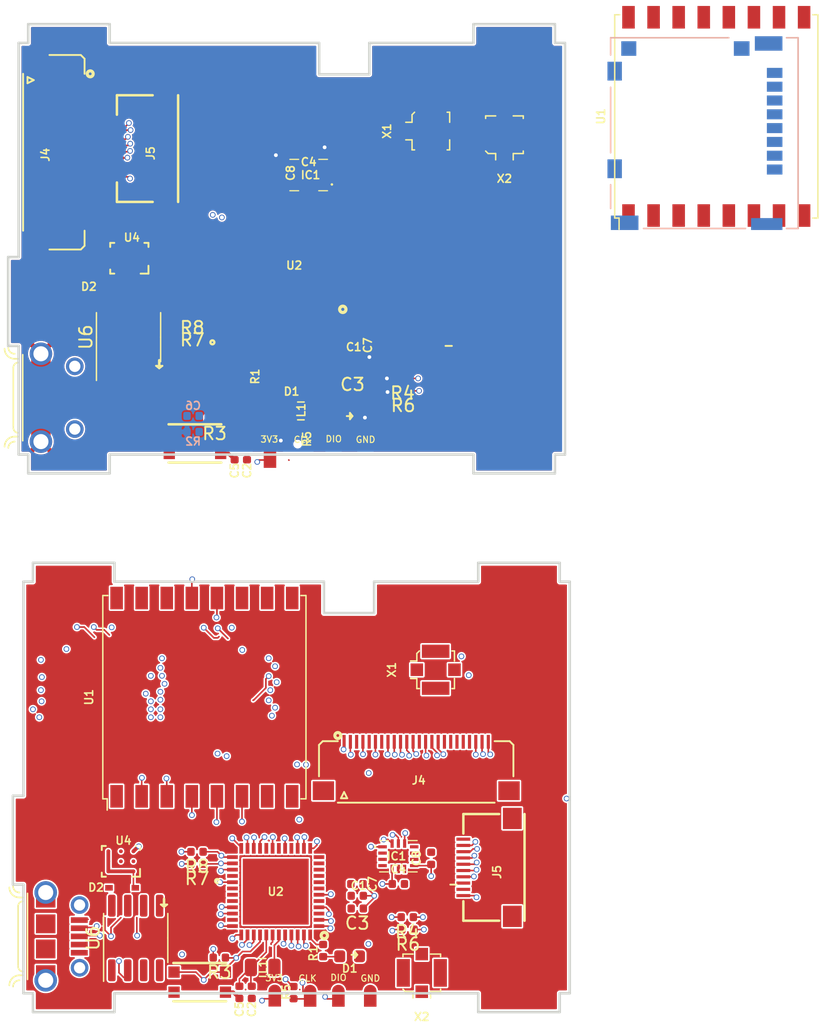
<source format=kicad_pcb>
(kicad_pcb (version 20171130) (host pcbnew "(5.1.4-0-10_14)")
  (title_block (title "Project Title"))
  (layers (0 Top power) (1 In1.Cu mixed hide) (2 In2.Cu mixed hide) (31 Bottom power hide) (34 B.Paste user hide) (35 F.Paste user hide) (36 B.SilkS user hide) (37 F.SilkS user hide) (38 B.Mask user hide) (39 F.Mask user hide) (44 Edge.Cuts user hide))
  (net 0 "")
  (net 1 GND)
  (net 2 /USB+)
  (net 3 /USB-)
  (net 4 VUSB)
  (net 5 /SWDIO)
  (net 6 /SWCLK)
  (net 7 /LED1)
  (net 8 MISO)
  (net 9 SCK)
  (net 10 MOSI)
  (net 11 "Net-(U4-PadB1)")
  (net 12 "Net-(D1-Pad1)")
  (net 13 PA23)
  (net 14 PA22)
  (net 15 PA21)
  (net 16 TX)
  (net 17 RX)
  (net 18 "Net-(L1-Pad1)")
  (net 19 DAC0)
  (net 20 +3V3)
  (net 21 "Net-(U2-Pad20)")
  (net 22 "Net-(D2-Pad1)")
  (net 23 "Net-(J2-Pad4)")
  (net 24 "Net-(J3-Pad1)")
  (net 25 "Net-(U1-Pad9)")
  (net 26 "Net-(U1-Pad11)")
  (net 27 "Net-(U2-Pad16)")
  (net 28 "Net-(C2-Pad1)")
  (net 29 "Net-(U8-Pad7)")
  (net 30 "Net-(U2-Pad11)")
  (net 31 "Net-(U2-Pad28)")
  (net 32 RF_CS)
  (net 33 RF_RST)
  (net 34 RF_DIO3)
  (net 35 RF_BUSY)
  (net 36 RF_DIO0)
  (net 37 RF_DIO1)
  (net 38 RF_DIO2)
  (net 39 PA04)
  (net 40 DAC1)
  (net 41 PA07)
  (net 42 CS_IMU)
  (net 43 "Net-(IC1-Pad11)")
  (net 44 "Net-(IC1-Pad10)")
  (net 45 "Net-(IC1-Pad9)")
  (net 46 "Net-(IC1-Pad4)")
  (net 47 "Net-(J3-Pad8)")
  (net 48 CS_SD)
  (net 49 "Net-(J4-Pad20)")
  (net 50 "Net-(J4-Pad19)")
  (net 51 "Net-(J4-Pad18)")
  (net 52 "Net-(J4-Pad17)")
  (net 53 "Net-(U1-Pad16)")
  (net 54 "Net-(U1-Pad15)")
  (net 55 "Net-(U1-Pad14)")
  (net 56 RF2_BUSY)
  (net 57 "Net-(U1-Pad7)")
  (net 58 RF2_RST)
  (net 59 CS_RF2)
  (net 60 "Net-(U8-Pad9)")
  (net 61 CS_RF1)
  (net 62 "Net-(R3-Pad2)")
  (net 63 ~RESET)
  (net 64 WDT_WDI)
  (net 65 "Net-(U6-Pad5)")
  (net 66 "Net-(U6-Pad1)")
  (net 67 BATT_N)
  (net 68 BATT_P)
  (net 69 SDA2)
  (net 70 SDA1)
  (net 71 SCL2)
  (net 72 SCL1)
  (net 73 BURN2)
  (net 74 BURN1)
  (net 75 COIL1P)
  (net 76 3V3)
  (net 77 EN_CAM)
  (net 78 CS_CAM)
  (net 79 MINX_1)
  (net 80 MINX_2)
  (net 81 MINZ_2)
  (net 82 MINZ_1)
  (net 83 DXZ_FAULT)
  (net 84 MOZ_1)
  (net 85 MOZ_2)
  (net 86 MXZ_EN)
  (net 87 MOX_2)
  (net 88 MOX_1)
  (net 89 "Net-(J4-Pad7)")
  (net 90 "Net-(J4-Pad5)")
  (net 91 "Net-(J5-Pad3)")
  (net 92 "Net-(J5-Pad10)")
  (net 93 "Net-(J4-Pad13)")
  (net 94 MOY_2)
  (net 95 MOY_1)
  (net 96 MINY_1)
  (net 97 MINY_2)
  (net 98 "Net-(U5-Pad10)")
  (net 99 "Net-(U5-Pad9)")
  (net 100 DY_FAULT)
  (net 101 "Net-(U5-Pad7)")
  (net 102 "Net-(U5-Pad5)")
  (net 103 MY_EN)
  (module RF_Module:HOPERF_RFM9XW_SMD (layer Top) (at 133.096 81.026 90)
    (fp_text reference U1 (at 0 -9.2 90) (layer F.SilkS) (effects (font (size 0.635 0.635) (thickness 0.127))))
    (fp_text value RFM95W-915S2)
    (pad 1 smd rect (at -7.9 -7 90) (size 1.8 1) (layers Top F.Paste F.Mask) (net 1 GND))
    (pad 2 smd rect (at -7.9 -5 90) (size 1.8 1) (layers Top F.Paste F.Mask) (net 8 MISO))
    (pad 3 smd rect (at -7.9 -3 90) (size 1.8 1) (layers Top F.Paste F.Mask) (net 10 MOSI))
    (pad 4 smd rect (at -7.9 -1 90) (size 1.8 1) (layers Top F.Paste F.Mask) (net 9 SCK))
    (pad 5 smd rect (at -7.9 1 90) (size 1.8 1) (layers Top F.Paste F.Mask) (net 59 CS_RF2))
    (pad 6 smd rect (at -7.9 3 90) (size 1.8 1) (layers Top F.Paste F.Mask) (net 58 RF2_RST))
    (pad 7 smd rect (at -7.9 5 90) (size 1.8 1) (layers Top F.Paste F.Mask) (net 57 "Net-(U1-Pad7)"))
    (pad 8 smd rect (at -7.9 7 90) (size 1.8 1) (layers Top F.Paste F.Mask) (net 1 GND))
    (pad 9 smd rect (at 7.9 7 90) (size 1.8 1) (layers Top F.Paste F.Mask) (net 25 "Net-(U1-Pad9)"))
    (pad 10 smd rect (at 7.9 5 90) (size 1.8 1) (layers Top F.Paste F.Mask) (net 1 GND))
    (pad 11 smd rect (at 7.9 3 90) (size 1.8 1) (layers Top F.Paste F.Mask) (net 26 "Net-(U1-Pad11)"))
    (pad 12 smd rect (at 7.9 1 90) (size 1.8 1) (layers Top F.Paste F.Mask) (net 56 RF2_BUSY))
    (pad 13 smd rect (at 7.9 -1 90) (size 1.8 1) (layers Top F.Paste F.Mask) (net 20 +3V3))
    (pad 14 smd rect (at 7.9 -3 90) (size 1.8 1) (layers Top F.Paste F.Mask) (net 55 "Net-(U1-Pad14)"))
    (pad 15 smd rect (at 7.9 -5 90) (size 1.8 1) (layers Top F.Paste F.Mask) (net 54 "Net-(U1-Pad15)"))
    (pad 16 smd rect (at 7.9 -7 90) (size 1.8 1) (layers Top F.Paste F.Mask) (net 53 "Net-(U1-Pad16)"))
  )
  (module custom-footprints:503182-1853_MOLEX-MicroSD (layer Bottom) (at 132.1435 82.3595 90)
    (fp_text reference J3 hide)
    (fp_text value Micro_SD_Card hide)
    (pad SH3 smd rect (at 4.94 -7.15 270) (size 1.5 1.15) (layers Bottom B.Paste B.Mask))
    (pad SH4 smd rect (at -2.84 -7.15 270) (size 1.5 1.15) (layers Bottom B.Paste B.Mask))
    (pad SH5 smd rect (at -7.145 -6.355) (size 2.2 1.15) (layers Bottom B.Paste B.Mask))
    (pad DET_T smd rect (at 6.74 -6.025) (size 1.2 1.16) (layers Bottom B.Paste B.Mask))
    (pad SW_T smd rect (at 6.74 2.975) (size 1.25 1.16) (layers Bottom B.Paste B.Mask))
    (pad SH2 smd rect (at 7.145 5.125) (size 2.2 1.15) (layers Bottom B.Paste B.Mask))
    (pad SH1 smd rect (at -7.245 4.975) (size 2.5 0.95) (layers Bottom B.Paste B.Mask))
    (pad 8 smd rect (at 4.8 5.605) (size 1.24 0.8) (layers Bottom B.Paste B.Mask) (net 47 "Net-(J3-Pad8)"))
    (pad 7 smd rect (at 3.7 5.605) (size 1.24 0.8) (layers Bottom B.Paste B.Mask) (net 8 MISO))
    (pad 6 smd rect (at 2.6 5.605) (size 1.24 0.8) (layers Bottom B.Paste B.Mask) (net 1 GND))
    (pad 5 smd rect (at 1.5 5.605) (size 1.24 0.8) (layers Bottom B.Paste B.Mask) (net 9 SCK))
    (pad 4 smd rect (at 0.4 5.605) (size 1.24 0.8) (layers Bottom B.Paste B.Mask) (net 20 +3V3))
    (pad 3 smd rect (at -0.7 5.605) (size 1.24 0.8) (layers Bottom B.Paste B.Mask) (net 10 MOSI))
    (pad 2 smd rect (at -1.8 5.605) (size 1.24 0.8) (layers Bottom B.Paste B.Mask) (net 48 CS_SD))
    (pad 1 smd rect (at -2.9 5.605) (size 1.24 0.8) (layers Bottom B.Paste B.Mask) (net 24 "Net-(J3-Pad1)"))
  )
  (module RF_Module:HOPERF_RFM9XW_SMD (layer Bottom) (at 45.9105 106.172)
    (fp_text reference U8 (at -0.5588 -0.0762 -270) (layer B.SilkS) (effects (font (size 0.635 0.635) (thickness 0.127)) (justify mirror)))
    (fp_text value RFM95W-915S2)
    (pad 16 smd rect (at 7.9 7) (size 1.8 1) (layers Bottom B.Paste B.Mask) (net 38 RF_DIO2))
    (pad 15 smd rect (at 7.9 5) (size 1.8 1) (layers Bottom B.Paste B.Mask) (net 37 RF_DIO1))
    (pad 14 smd rect (at 7.9 3) (size 1.8 1) (layers Bottom B.Paste B.Mask) (net 36 RF_DIO0))
    (pad 13 smd rect (at 7.9 1) (size 1.8 1) (layers Bottom B.Paste B.Mask) (net 20 +3V3))
    (pad 12 smd rect (at 7.9 -1) (size 1.8 1) (layers Bottom B.Paste B.Mask) (net 35 RF_BUSY))
    (pad 11 smd rect (at 7.9 -3) (size 1.8 1) (layers Bottom B.Paste B.Mask) (net 34 RF_DIO3))
    (pad 10 smd rect (at 7.9 -5) (size 1.8 1) (layers Bottom B.Paste B.Mask) (net 1 GND))
    (pad 9 smd rect (at 7.9 -7) (size 1.8 1) (layers Bottom B.Paste B.Mask) (net 60 "Net-(U8-Pad9)"))
    (pad 8 smd rect (at -7.9 -7) (size 1.8 1) (layers Bottom B.Paste B.Mask) (net 1 GND))
    (pad 7 smd rect (at -7.9 -5) (size 1.8 1) (layers Bottom B.Paste B.Mask) (net 29 "Net-(U8-Pad7)"))
    (pad 6 smd rect (at -7.9 -3) (size 1.8 1) (layers Bottom B.Paste B.Mask) (net 33 RF_RST))
    (pad 5 smd rect (at -7.9 -1) (size 1.8 1) (layers Bottom B.Paste B.Mask) (net 61 CS_RF1))
    (pad 4 smd rect (at -7.9 1) (size 1.8 1) (layers Bottom B.Paste B.Mask) (net 9 SCK))
    (pad 3 smd rect (at -7.9 3) (size 1.8 1) (layers Bottom B.Paste B.Mask) (net 10 MOSI))
    (pad 2 smd rect (at -7.9 5) (size 1.8 1) (layers Bottom B.Paste B.Mask) (net 8 MISO))
    (pad 1 smd rect (at -7.9 7) (size 1.8 1) (layers Bottom B.Paste B.Mask) (net 1 GND))
  )
  (module Package_SO:SO-8_3.9x4.9mm_P1.27mm (layer Top) (at 86.233 98.6155 90)
    (fp_text reference U6 (at 0 -3.4 90) (layer F.SilkS))
    (fp_text value MAX708RESA-T)
    (pad 8 smd roundrect (at 2.575 -1.905 90) (size 1.75 0.6) (layers Top F.Paste F.Mask) (net 62 "Net-(R3-Pad2)"))
    (pad 7 smd roundrect (at 2.575 -0.635 90) (size 1.75 0.6) (layers Top F.Paste F.Mask) (net 62 "Net-(R3-Pad2)"))
    (pad 6 smd roundrect (at 2.575 0.635 90) (size 1.75 0.6) (layers Top F.Paste F.Mask) (net 64 WDT_WDI))
    (pad 5 smd roundrect (at 2.575 1.905 90) (size 1.75 0.6) (layers Top F.Paste F.Mask) (net 65 "Net-(U6-Pad5)"))
    (pad 4 smd roundrect (at -2.575 1.905 90) (size 1.75 0.6) (layers Top F.Paste F.Mask) (net 1 GND))
    (pad 3 smd roundrect (at -2.575 0.635 90) (size 1.75 0.6) (layers Top F.Paste F.Mask) (net 1 GND))
    (pad 2 smd roundrect (at -2.575 -0.635 90) (size 1.75 0.6) (layers Top F.Paste F.Mask) (net 20 +3V3))
    (pad 1 smd roundrect (at -2.575 -1.905 90) (size 1.75 0.6) (layers Top F.Paste F.Mask) (net 66 "Net-(U6-Pad1)"))
  )
  (module custom-footprints:XF2M-2415-1A (layer Top) (at 82.677 83.8835 270)
    (fp_text reference J4 (at 0.2 3.075 270) (layer F.SilkS) (effects (font (size 0.635 0.635) (thickness 0.127))))
    (fp_text value xf2m-2415-1a hide)
    (pad 26 smd rect (at 7.4 3.9) (size 1.5 1.7) (layers Top F.Paste F.Mask))
    (pad 25 smd rect (at -7.4 3.9) (size 1.5 1.7) (layers Top F.Paste F.Mask))
    (pad 24 smd rect (at 5.75 0 270) (size 0.25 1.1) (layers Top F.Paste F.Mask) (net 68 BATT_P))
    (pad 23 smd rect (at 5.25 0 270) (size 0.25 1.1) (layers Top F.Paste F.Mask) (net 67 BATT_N))
    (pad 22 smd rect (at 4.75 0 270) (size 0.25 1.1) (layers Top F.Paste F.Mask) (net 76 3V3))
    (pad 21 smd rect (at 4.25 0 270) (size 0.25 1.1) (layers Top F.Paste F.Mask) (net 1 GND))
    (pad 20 smd rect (at 3.75 0 270) (size 0.25 1.1) (layers Top F.Paste F.Mask) (net 49 "Net-(J4-Pad20)"))
    (pad 19 smd rect (at 3.25 0 270) (size 0.25 1.1) (layers Top F.Paste F.Mask) (net 50 "Net-(J4-Pad19)"))
    (pad 18 smd rect (at 2.75 0 270) (size 0.25 1.1) (layers Top F.Paste F.Mask) (net 51 "Net-(J4-Pad18)"))
    (pad 17 smd rect (at 2.25 0 270) (size 0.25 1.1) (layers Top F.Paste F.Mask) (net 52 "Net-(J4-Pad17)"))
    (pad 16 smd rect (at 1.75 0 270) (size 0.25 1.1) (layers Top F.Paste F.Mask) (net 70 SDA1))
    (pad 15 smd rect (at 1.25 0 270) (size 0.25 1.1) (layers Top F.Paste F.Mask) (net 72 SCL1))
    (pad 14 smd rect (at 0.75 0 270) (size 0.25 1.1) (layers Top F.Paste F.Mask) (net 88 MOX_1))
    (pad 13 smd rect (at 0.25 0 270) (size 0.25 1.1) (layers Top F.Paste F.Mask) (net 93 "Net-(J4-Pad13)"))
    (pad 12 smd rect (at -0.25 0 270) (size 0.25 1.1) (layers Top F.Paste F.Mask) (net 87 MOX_2))
    (pad 11 smd rect (at -0.75 0 270) (size 0.25 1.1) (layers Top F.Paste F.Mask) (net 73 BURN2))
    (pad 10 smd rect (at -1.25 0 270) (size 0.25 1.1) (layers Top F.Paste F.Mask) (net 85 MOZ_2))
    (pad 9 smd rect (at -1.75 0 270) (size 0.25 1.1) (layers Top F.Paste F.Mask) (net 74 BURN1))
    (pad 8 smd rect (at -2.25 0 270) (size 0.25 1.1) (layers Top F.Paste F.Mask) (net 84 MOZ_1))
    (pad 7 smd rect (at -2.75 0 270) (size 0.25 1.1) (layers Top F.Paste F.Mask) (net 89 "Net-(J4-Pad7)"))
    (pad 6 smd rect (at -3.25 0 270) (size 0.25 1.1) (layers Top F.Paste F.Mask) (net 94 MOY_2))
    (pad 5 smd rect (at -3.75 0 270) (size 0.25 1.1) (layers Top F.Paste F.Mask) (net 90 "Net-(J4-Pad5)"))
    (pad 4 smd rect (at -4.25 0 270) (size 0.25 1.1) (layers Top F.Paste F.Mask) (net 95 MOY_1))
    (pad 3 smd rect (at -4.75 0 270) (size 0.25 1.1) (layers Top F.Paste F.Mask) (net 75 COIL1P))
    (pad 2 smd rect (at -5.25 0 270) (size 0.25 1.1) (layers Top F.Paste F.Mask) (net 69 SDA2))
    (pad 1 smd rect (at -5.75 0 270) (size 0.25 1.1) (layers Top F.Paste F.Mask) (net 71 SCL2))
  )
  (module "Adafruit Feather M4 Express:BTN_KMR2_4.6X2.8" (layer Top) (at 91.5289 107.0864)
    (fp_text reference SW1 hide)
    (fp_text value "KMR231NG LFS" hide)
    (pad A' smd rect (at -2.05 -0.8) (size 0.9 0.9) (layers Top F.Paste F.Mask) (net 63 ~RESET))
    (pad B' smd rect (at -2.05 0.8) (size 0.9 0.9) (layers Top F.Paste F.Mask) (net 1 GND))
    (pad B smd rect (at 2.05 0.8) (size 0.9 0.9) (layers Top F.Paste F.Mask) (net 1 GND))
    (pad A smd rect (at 2.05 -0.8) (size 0.9 0.9) (layers Top F.Paste F.Mask) (net 63 ~RESET))
  )
  (module Resistor_SMD:R_0402_1005Metric (layer Top) (at 93.472 148.0566 180)
    (fp_text reference R3 (at 0 -1.17) (layer F.SilkS))
    (fp_text value 10K)
    (pad 1 smd roundrect (at -0.485 0 180) (size 0.59 0.64) (layers Top F.Paste F.Mask))
    (pad 2 smd roundrect (at 0.485 0 180) (size 0.59 0.64) (layers Top F.Paste F.Mask))
  )
  (module custom-footprints:10118194-0001LF (layer Top) (at 79.629 146.3675 270)
    (fp_text reference J2 hide)
    (fp_text value 10118194-0001LF hide)
    (pad 13 smd rect (at 3.05 0 270) (size 1.5 1.55) (layers Top F.Paste F.Mask))
    (pad 12 smd rect (at -3.05 0 270) (size 1.5 1.55) (layers Top F.Paste F.Mask))
    (pad 11 smd rect (at 1 0 270) (size 1.5 1.55) (layers Top F.Paste F.Mask))
    (pad 10 smd rect (at -1 0 270) (size 1.5 1.55) (layers Top F.Paste F.Mask))
    (pad 9 thru_hole circle (at 3.5 0 270) (size 1.8 1.8) (drill 1.2) (layers *.Cu *.Mask))
    (pad 8 thru_hole circle (at -3.5 0 270) (size 1.8 1.8) (drill 1.2) (layers *.Cu *.Mask))
    (pad 7 thru_hole circle (at 2.5 -2.7 270) (size 1.408 1.408) (drill 0.9) (layers *.Cu *.Mask))
    (pad 6 thru_hole circle (at -2.5 -2.7 270) (size 1.408 1.408) (drill 0.9) (layers *.Cu *.Mask))
    (pad 5 smd rect (at 1.3 -2.675 90) (size 0.45 1.35) (layers Top F.Paste F.Mask))
    (pad 4 smd rect (at 0.65 -2.675 90) (size 0.45 1.35) (layers Top F.Paste F.Mask))
    (pad 3 smd rect (at 0 -2.675 90) (size 0.45 1.35) (layers Top F.Paste F.Mask))
    (pad 2 smd rect (at -0.65 -2.675 90) (size 0.45 1.35) (layers Top F.Paste F.Mask))
    (pad 1 smd rect (at -1.3 -2.675 90) (size 0.45 1.35) (layers Top F.Paste F.Mask))
  )
  (module "Adafruit Feather M4 Express:BTN_KMR2_4.6X2.8" (layer Top) (at 91.9099 150.0124)
    (fp_text reference SW1 hide)
    (fp_text value "KMR231NG LFS" hide)
    (pad A smd rect (at 2.05 -0.8) (size 0.9 0.9) (layers Top F.Paste F.Mask))
    (pad B smd rect (at 2.05 0.8) (size 0.9 0.9) (layers Top F.Paste F.Mask))
    (pad B' smd rect (at -2.05 0.8) (size 0.9 0.9) (layers Top F.Paste F.Mask))
    (pad A' smd rect (at -2.05 -0.8) (size 0.9 0.9) (layers Top F.Paste F.Mask))
  )
  (module Resistor_SMD:R_0402_1005Metric (layer Top) (at 99.3902 150.84552 270)
    (fp_text reference R5 (at -0.04572 0.5842 90) (layer F.SilkS) (effects (font (size 0.635 0.635) (thickness 0.127))))
    (fp_text value 10K)
    (pad 1 smd roundrect (at -0.485 0 270) (size 0.59 0.64) (layers Top F.Paste F.Mask))
    (pad 2 smd roundrect (at 0.485 0 270) (size 0.59 0.64) (layers Top F.Paste F.Mask))
  )
  (module Capacitor_SMD:C_0402_1005Metric (layer Top) (at 104.4702 143.129 180)
    (fp_text reference C1 (at -0.10414 0.79756 180) (layer F.SilkS) (effects (font (size 0.635 0.635) (thickness 0.127))))
    (fp_text value 0.1uF)
    (pad 1 smd roundrect (at -0.485 0 180) (size 0.59 0.64) (layers Top F.Paste F.Mask))
    (pad 2 smd roundrect (at 0.485 0 180) (size 0.59 0.64) (layers Top F.Paste F.Mask))
  )
  (module RF_Module:HOPERF_RFM9XW_SMD (layer Top) (at 92.281 127.3054 90)
    (fp_text reference U1 (at 0 -9.2 90) (layer F.SilkS) (effects (font (size 0.635 0.635) (thickness 0.127))))
    (fp_text value RFM95W-915S2)
    (pad 16 smd rect (at 7.9 -7 90) (size 1.8 1) (layers Top F.Paste F.Mask))
    (pad 15 smd rect (at 7.9 -5 90) (size 1.8 1) (layers Top F.Paste F.Mask))
    (pad 14 smd rect (at 7.9 -3 90) (size 1.8 1) (layers Top F.Paste F.Mask))
    (pad 13 smd rect (at 7.9 -1 90) (size 1.8 1) (layers Top F.Paste F.Mask))
    (pad 12 smd rect (at 7.9 1 90) (size 1.8 1) (layers Top F.Paste F.Mask))
    (pad 11 smd rect (at 7.9 3 90) (size 1.8 1) (layers Top F.Paste F.Mask))
    (pad 10 smd rect (at 7.9 5 90) (size 1.8 1) (layers Top F.Paste F.Mask))
    (pad 9 smd rect (at 7.9 7 90) (size 1.8 1) (layers Top F.Paste F.Mask))
    (pad 8 smd rect (at -7.9 7 90) (size 1.8 1) (layers Top F.Paste F.Mask))
    (pad 7 smd rect (at -7.9 5 90) (size 1.8 1) (layers Top F.Paste F.Mask))
    (pad 6 smd rect (at -7.9 3 90) (size 1.8 1) (layers Top F.Paste F.Mask))
    (pad 5 smd rect (at -7.9 1 90) (size 1.8 1) (layers Top F.Paste F.Mask))
    (pad 4 smd rect (at -7.9 -1 90) (size 1.8 1) (layers Top F.Paste F.Mask))
    (pad 3 smd rect (at -7.9 -3 90) (size 1.8 1) (layers Top F.Paste F.Mask))
    (pad 2 smd rect (at -7.9 -5 90) (size 1.8 1) (layers Top F.Paste F.Mask))
    (pad 1 smd rect (at -7.9 -7 90) (size 1.8 1) (layers Top F.Paste F.Mask))
  )
  (module Connector_Coaxial:U.FL_Molex_MCRF_73412-0110_Vertical (layer Top) (at 110.7186 125.1204 270)
    (fp_text reference X1 (at 0 3.5 90) (layer F.SilkS) (effects (font (size 0.635 0.635) (thickness 0.127))))
    (fp_text value ANTENNA_U.FL)
    (pad 2 smd rect (at -1.475 0 270) (size 1.05 2.2) (layers Top F.Paste F.Mask))
    (pad 2 smd rect (at 1.475 0 270) (size 1.05 2.2) (layers Top F.Paste F.Mask))
    (pad 2 smd rect (at 0 -1.5 270) (size 1 1) (layers Top F.Paste F.Mask))
    (pad 1 smd rect (at 0 1.5 270) (size 1 1) (layers Top F.Paste F.Mask))
  )
  (module custom-footprints:BMX160 (layer Top) (at 107.7468 139.9794 180)
    (fp_text reference IC1 (at 0.15 0) (layer F.SilkS) (effects (font (size 0.635 0.635) (thickness 0.127))))
    (fp_text value BMX160 hide)
    (pad 1 smd rect (at 1.262 0.75 270) (size 0.25 0.675) (layers Top F.Paste F.Mask))
    (pad 2 smd rect (at 1.262 0.25 270) (size 0.25 0.675) (layers Top F.Paste F.Mask))
    (pad 3 smd rect (at 1.262 -0.25 270) (size 0.25 0.675) (layers Top F.Paste F.Mask))
    (pad 4 smd rect (at 1.262 -0.75 270) (size 0.25 0.675) (layers Top F.Paste F.Mask))
    (pad 5 smd rect (at 0.5 -1.012 180) (size 0.25 0.675) (layers Top F.Paste F.Mask))
    (pad 6 smd rect (at 0 -1.012 180) (size 0.25 0.675) (layers Top F.Paste F.Mask))
    (pad 7 smd rect (at -0.5 -1.012 180) (size 0.25 0.675) (layers Top F.Paste F.Mask))
    (pad 8 smd rect (at -1.262 -0.75 270) (size 0.25 0.675) (layers Top F.Paste F.Mask))
    (pad 9 smd rect (at -1.262 -0.25 270) (size 0.25 0.675) (layers Top F.Paste F.Mask))
    (pad 10 smd rect (at -1.262 0.25 270) (size 0.25 0.675) (layers Top F.Paste F.Mask))
    (pad 11 smd rect (at -1.262 0.75 270) (size 0.25 0.675) (layers Top F.Paste F.Mask))
    (pad 12 smd rect (at -0.5 1.012 180) (size 0.25 0.675) (layers Top F.Paste F.Mask))
    (pad 13 smd rect (at 0 1.012 180) (size 0.25 0.675) (layers Top F.Paste F.Mask))
    (pad 14 smd rect (at 0.5 1.012 180) (size 0.25 0.675) (layers Top F.Paste F.Mask))
  )
  (module Package_SO:SO-8_3.9x4.9mm_P1.27mm (layer Top) (at 86.8045 146.4945 90)
    (fp_text reference U6 (at 0 -3.4 90) (layer F.SilkS))
    (fp_text value MAX708RESA-T)
    (pad 1 smd roundrect (at -2.575 -1.905 90) (size 1.75 0.6) (layers Top F.Paste F.Mask))
    (pad 2 smd roundrect (at -2.575 -0.635 90) (size 1.75 0.6) (layers Top F.Paste F.Mask))
    (pad 3 smd roundrect (at -2.575 0.635 90) (size 1.75 0.6) (layers Top F.Paste F.Mask))
    (pad 4 smd roundrect (at -2.575 1.905 90) (size 1.75 0.6) (layers Top F.Paste F.Mask))
    (pad 5 smd roundrect (at 2.575 1.905 90) (size 1.75 0.6) (layers Top F.Paste F.Mask))
    (pad 6 smd roundrect (at 2.575 0.635 90) (size 1.75 0.6) (layers Top F.Paste F.Mask))
    (pad 7 smd roundrect (at 2.575 -0.635 90) (size 1.75 0.6) (layers Top F.Paste F.Mask))
    (pad 8 smd roundrect (at 2.575 -1.905 90) (size 1.75 0.6) (layers Top F.Paste F.Mask))
  )
  (module Capacitor_SMD:C_0402_1005Metric (layer Top) (at 107.7468 142.1892)
    (fp_text reference C4 (at 0 -1.17) (layer F.SilkS) (effects (font (size 0.635 0.635) (thickness 0.127))))
    (fp_text value 0.1uF)
    (pad 1 smd roundrect (at -0.485 0) (size 0.59 0.64) (layers Top F.Paste F.Mask))
    (pad 2 smd roundrect (at 0.485 0) (size 0.59 0.64) (layers Top F.Paste F.Mask))
  )
  (module custom-footprints:XF2M-2415-1A (layer Top) (at 109.1692 130.8608)
    (fp_text reference J4 (at 0.2 3.075 180) (layer F.SilkS) (effects (font (size 0.635 0.635) (thickness 0.127))))
    (fp_text value xf2m-2415-1a hide)
    (pad 1 smd rect (at -5.75 0) (size 0.25 1.1) (layers Top F.Paste F.Mask))
    (pad 2 smd rect (at -5.25 0) (size 0.25 1.1) (layers Top F.Paste F.Mask))
    (pad 3 smd rect (at -4.75 0) (size 0.25 1.1) (layers Top F.Paste F.Mask))
    (pad 4 smd rect (at -4.25 0) (size 0.25 1.1) (layers Top F.Paste F.Mask))
    (pad 5 smd rect (at -3.75 0) (size 0.25 1.1) (layers Top F.Paste F.Mask))
    (pad 6 smd rect (at -3.25 0) (size 0.25 1.1) (layers Top F.Paste F.Mask))
    (pad 7 smd rect (at -2.75 0) (size 0.25 1.1) (layers Top F.Paste F.Mask))
    (pad 8 smd rect (at -2.25 0) (size 0.25 1.1) (layers Top F.Paste F.Mask))
    (pad 9 smd rect (at -1.75 0) (size 0.25 1.1) (layers Top F.Paste F.Mask))
    (pad 10 smd rect (at -1.25 0) (size 0.25 1.1) (layers Top F.Paste F.Mask))
    (pad 11 smd rect (at -0.75 0) (size 0.25 1.1) (layers Top F.Paste F.Mask))
    (pad 12 smd rect (at -0.25 0) (size 0.25 1.1) (layers Top F.Paste F.Mask))
    (pad 13 smd rect (at 0.25 0) (size 0.25 1.1) (layers Top F.Paste F.Mask))
    (pad 14 smd rect (at 0.75 0) (size 0.25 1.1) (layers Top F.Paste F.Mask))
    (pad 15 smd rect (at 1.25 0) (size 0.25 1.1) (layers Top F.Paste F.Mask))
    (pad 16 smd rect (at 1.75 0) (size 0.25 1.1) (layers Top F.Paste F.Mask))
    (pad 17 smd rect (at 2.25 0) (size 0.25 1.1) (layers Top F.Paste F.Mask))
    (pad 18 smd rect (at 2.75 0) (size 0.25 1.1) (layers Top F.Paste F.Mask))
    (pad 19 smd rect (at 3.25 0) (size 0.25 1.1) (layers Top F.Paste F.Mask))
    (pad 20 smd rect (at 3.75 0) (size 0.25 1.1) (layers Top F.Paste F.Mask))
    (pad 21 smd rect (at 4.25 0) (size 0.25 1.1) (layers Top F.Paste F.Mask))
    (pad 22 smd rect (at 4.75 0) (size 0.25 1.1) (layers Top F.Paste F.Mask))
    (pad 23 smd rect (at 5.25 0) (size 0.25 1.1) (layers Top F.Paste F.Mask))
    (pad 24 smd rect (at 5.75 0) (size 0.25 1.1) (layers Top F.Paste F.Mask))
    (pad 25 smd rect (at -7.4 3.9 90) (size 1.5 1.7) (layers Top F.Paste F.Mask))
    (pad 26 smd rect (at 7.4 3.9 90) (size 1.5 1.7) (layers Top F.Paste F.Mask))
  )
  (module Inductor_SMD:L_0805_2012Metric (layer Top) (at 96.9264 148.844 180)
    (fp_text reference L1 (at -0.0254 0.0508 270) (layer F.SilkS) (effects (font (size 0.635 0.635) (thickness 0.127))))
    (fp_text value 10uH)
    (pad 1 smd roundrect (at -0.9375 0 180) (size 0.975 1.4) (layers Top F.Paste F.Mask))
    (pad 2 smd roundrect (at 0.9375 0 180) (size 0.975 1.4) (layers Top F.Paste F.Mask))
  )
  (module Diode_SMD:D_SOD-323 (layer Top) (at 85.725 142.494 180)
    (fp_text reference D2 (at 2.0828 0.0254) (layer F.SilkS) (effects (font (size 0.635 0.635) (thickness 0.127))))
    (fp_text value RB550V)
    (pad 2 smd rect (at 1.05 0 180) (size 0.6 0.45) (layers Top F.Paste F.Mask))
    (pad 1 smd rect (at -1.05 0 180) (size 0.6 0.45) (layers Top F.Paste F.Mask))
  )
  (module Capacitor_SMD:C_0402_1005Metric (layer Top) (at 104.4702 144.145 180)
    (fp_text reference C3 (at 0 -1.17) (layer F.SilkS))
    (fp_text value 1uF)
    (pad 1 smd roundrect (at -0.485 0 180) (size 0.59 0.64) (layers Top F.Paste F.Mask))
    (pad 2 smd roundrect (at 0.485 0 180) (size 0.59 0.64) (layers Top F.Paste F.Mask))
  )
  (module LED_SMD:LED_0603_1608Metric (layer Top) (at 103.8606 147.955)
    (fp_text reference D1 (at 0.00762 0.9652 180) (layer F.SilkS) (effects (font (size 0.635 0.635) (thickness 0.127))))
    (fp_text value GREEN)
    (pad 2 smd roundrect (at 0.7875 0) (size 0.875 0.95) (layers Top F.Paste F.Mask))
    (pad 1 smd roundrect (at -0.7875 0) (size 0.875 0.95) (layers Top F.Paste F.Mask))
  )
  (module custom-footprints:XF2M-1015-1A (layer Top) (at 112.9284 140.8684 90)
    (fp_text reference J5 (at -0.37186 2.68404 90) (layer F.SilkS) (effects (font (size 0.635 0.635) (thickness 0.127))))
    (fp_text value XF2M-1015-1A hide)
    (pad 1 smd rect (at -2.25 0 90) (size 0.25 1.1) (layers Top F.Paste F.Mask))
    (pad 2 smd rect (at -1.75 0 90) (size 0.25 1.1) (layers Top F.Paste F.Mask))
    (pad 3 smd rect (at -1.25 0 90) (size 0.25 1.1) (layers Top F.Paste F.Mask))
    (pad 4 smd rect (at -0.75 0 90) (size 0.25 1.1) (layers Top F.Paste F.Mask))
    (pad 5 smd rect (at -0.25 0 90) (size 0.25 1.1) (layers Top F.Paste F.Mask))
    (pad 6 smd rect (at 0.25 0 90) (size 0.25 1.1) (layers Top F.Paste F.Mask))
    (pad 7 smd rect (at 0.75 0 90) (size 0.25 1.1) (layers Top F.Paste F.Mask))
    (pad 8 smd rect (at 1.25 0 90) (size 0.25 1.1) (layers Top F.Paste F.Mask))
    (pad 9 smd rect (at 1.75 0 90) (size 0.25 1.1) (layers Top F.Paste F.Mask))
    (pad 10 smd rect (at 2.25 0 90) (size 0.25 1.1) (layers Top F.Paste F.Mask))
    (pad 11 smd rect (at -3.9 3.9 180) (size 1.5 1.7) (layers Top F.Paste F.Mask))
    (pad 12 smd rect (at 3.9 3.9 180) (size 1.5 1.7) (layers Top F.Paste F.Mask))
  )
  (module Capacitor_SMD:C_0402_1005Metric (layer Top) (at 96.05772 150.8252 270)
    (fp_text reference C2 (at 1.3462 -0.0016 270) (layer F.SilkS) (effects (font (size 0.635 0.635) (thickness 0.127))))
    (fp_text value 10uF)
    (pad 1 smd roundrect (at -0.485 0 270) (size 0.59 0.64) (layers Top F.Paste F.Mask))
    (pad 2 smd roundrect (at 0.485 0 270) (size 0.59 0.64) (layers Top F.Paste F.Mask))
  )
  (module Resistor_SMD:R_0402_1005Metric (layer Top) (at 91.694 139.6238 180)
    (fp_text reference R8 (at 0 -1.17) (layer F.SilkS))
    (fp_text value 10K)
    (pad 2 smd roundrect (at 0.485 0 180) (size 0.59 0.64) (layers Top F.Paste F.Mask))
    (pad 1 smd roundrect (at -0.485 0 180) (size 0.59 0.64) (layers Top F.Paste F.Mask))
  )
  (module Resistor_SMD:R_0402_1005Metric (layer Top) (at 91.6964 140.589 180)
    (fp_text reference R7 (at 0 -1.17) (layer F.SilkS))
    (fp_text value 10K)
    (pad 1 smd roundrect (at -0.485 0 180) (size 0.59 0.64) (layers Top F.Paste F.Mask))
    (pad 2 smd roundrect (at 0.485 0 180) (size 0.59 0.64) (layers Top F.Paste F.Mask))
  )
  (module Resistor_SMD:R_0402_1005Metric (layer Top) (at 108.5088 145.8214 180)
    (fp_text reference R6 (at 0 -1.17) (layer F.SilkS))
    (fp_text value 10K)
    (pad 2 smd roundrect (at 0.485 0 180) (size 0.59 0.64) (layers Top F.Paste F.Mask))
    (pad 1 smd roundrect (at -0.485 0 180) (size 0.59 0.64) (layers Top F.Paste F.Mask))
  )
  (module Connector_Coaxial:U.FL_Molex_MCRF_73412-0110_Vertical (layer Top) (at 109.6137 149.2758)
    (fp_text reference X2 (at 0 3.5) (layer F.SilkS) (effects (font (size 0.635 0.635) (thickness 0.127))))
    (fp_text value ANTENNA_U.FL)
    (pad 2 smd rect (at -1.475 0) (size 1.05 2.2) (layers Top F.Paste F.Mask))
    (pad 2 smd rect (at 1.475 0) (size 1.05 2.2) (layers Top F.Paste F.Mask))
    (pad 2 smd rect (at 0 -1.5) (size 1 1) (layers Top F.Paste F.Mask))
    (pad 1 smd rect (at 0 1.5) (size 1 1) (layers Top F.Paste F.Mask))
  )
  (module Capacitor_SMD:C_0402_1005Metric (layer Top) (at 110.363 140.1445 90)
    (fp_text reference C8 (at 0 -1.17 90) (layer F.SilkS) (effects (font (size 0.635 0.635) (thickness 0.127))))
    (fp_text value 0.1uF)
    (pad 1 smd roundrect (at -0.485 0 90) (size 0.59 0.64) (layers Top F.Paste F.Mask))
    (pad 2 smd roundrect (at 0.485 0 90) (size 0.59 0.64) (layers Top F.Paste F.Mask))
  )
  (module Resistor_SMD:R_0402_1005Metric (layer Top) (at 108.458 144.8308 180)
    (fp_text reference R4 (at 0 -1.17 180) (layer F.SilkS))
    (fp_text value 10K)
    (pad 1 smd roundrect (at -0.485 0 180) (size 0.59 0.64) (layers Top F.Paste F.Mask))
    (pad 2 smd roundrect (at 0.485 0 180) (size 0.59 0.64) (layers Top F.Paste F.Mask))
  )
  (module Capacitor_SMD:C_0402_1005Metric (layer Top) (at 95.0722 150.8252 270)
    (fp_text reference C5 (at 1.3462 -0.0016 270) (layer F.SilkS) (effects (font (size 0.635 0.635) (thickness 0.127))))
    (fp_text value 1uF)
    (pad 1 smd roundrect (at -0.485 0 270) (size 0.59 0.64) (layers Top F.Paste F.Mask))
    (pad 2 smd roundrect (at 0.485 0 270) (size 0.59 0.64) (layers Top F.Paste F.Mask))
  )
  (module Capacitor_SMD:C_0402_1005Metric (layer Top) (at 104.4448 142.1892 180)
    (fp_text reference C7 (at -1.2446 0 90) (layer F.SilkS) (effects (font (size 0.635 0.635) (thickness 0.127))))
    (fp_text value 10uF)
    (pad 2 smd roundrect (at 0.485 0 180) (size 0.59 0.64) (layers Top F.Paste F.Mask))
    (pad 1 smd roundrect (at -0.485 0 180) (size 0.59 0.64) (layers Top F.Paste F.Mask))
  )
  (module Resistor_SMD:R_0402_1005Metric (layer Top) (at 101.7524 147.4978 90)
    (fp_text reference R1 (at -0.2286 -0.7874 90) (layer F.SilkS) (effects (font (size 0.635 0.635) (thickness 0.127))))
    (fp_text value 330)
    (pad 1 smd roundrect (at -0.485 0 90) (size 0.59 0.64) (layers Top F.Paste F.Mask))
    (pad 2 smd roundrect (at 0.485 0 90) (size 0.59 0.64) (layers Top F.Paste F.Mask))
  )
  (module custom-footprints:TPS82740ASIPR (layer Top) (at 85.6234 140.3858 180)
    (fp_text reference U4 (at -0.2032 1.651) (layer F.SilkS) (effects (font (size 0.635 0.635) (thickness 0.127))))
    (fp_text value TPS82740BSIPR hide)
    (pad C3 smd circle (at 1.000001 0.799998 180) (size 0.299999 0.299999) (layers Top))
    (pad C2 smd circle (at 0 0.799998 180) (size 0.299999 0.299999) (layers Top))
    (pad C1 smd circle (at -0.999998 0.799998 180) (size 0.299999 0.299999) (layers Top))
    (pad B3 smd circle (at 1.000001 -0.000003 180) (size 0.299999 0.299999) (layers Top))
    (pad B2 smd circle (at 0 0 180) (size 0.299999 0.299999) (layers Top))
    (pad B1 smd circle (at -0.999998 -0.000003 180) (size 0.299999 0.299999) (layers Top))
    (pad A3 smd circle (at 1.000001 -0.800001 180) (size 0.299999 0.299999) (layers Top))
    (pad A2 smd circle (at 0 -0.800001 180) (size 0.299999 0.299999) (layers Top))
    (pad A1 smd circle (at -0.999998 -0.800001 180) (size 0.299999 0.299999) (layers Top))
  )
  (module custom-footprints:castellated_small_1side (layer Top) (at 100.711 150.5839 270)
    (fp_text reference J28 hide)
    (fp_text value Conn_01x01)
    (pad 1 smd custom (at 0.762 0 270) (size 1.25 1) (layers Top F.Paste F.Mask) (options (clearance outline) (anchor rect)) (primitives (gr_circle (center -0.625 0) (end -0.125 0) (width 0))))
  )
  (module custom-footprints:castellated_small_1side (layer Top) (at 105.50398 150.5839 270)
    (fp_text reference J30 hide)
    (fp_text value Conn_01x01)
    (pad 1 smd custom (at 0.762 0 270) (size 1.25 1) (layers Top F.Paste F.Mask) (options (clearance outline) (anchor rect)) (primitives (gr_circle (center -0.625 0) (end -0.125 0) (width 0))))
  )
  (module custom-footprints:castellated_small_1side (layer Top) (at 97.8916 150.5712 270)
    (fp_text reference J29 hide)
    (fp_text value Conn_01x01)
    (pad 1 smd custom (at 0.762 0 270) (size 1.25 1) (layers Top F.Paste F.Mask) (options (clearance outline) (anchor rect)) (primitives (gr_circle (center -0.625 0) (end -0.125 0) (width 0))))
  )
  (module custom-footprints:castellated_small_1side (layer Top) (at 102.96398 150.5839 270)
    (fp_text reference J1 hide)
    (fp_text value Conn_01x01)
    (pad 1 smd custom (at 0.762 0 270) (size 1.25 1) (layers Top F.Paste F.Mask) (options (clearance outline) (anchor rect)) (primitives (gr_circle (center -0.625 0) (end -0.125 0) (width 0))))
  )
  (module ATSAMD51G19A-MU:QFN50P700X700X90-49N-D (layer Top) (at 97.9678 142.7988 180)
    (fp_text reference U2 (at 0 0 180) (layer F.SilkS) (effects (font (size 0.635 0.635) (thickness 0.127))))
    (fp_text value ATSAMD51G_TQFN48 hide)
    (pad 49 smd rect (at 0 0 180) (size 5.25 5.25) (layers Top F.Paste F.Mask))
    (pad 48 smd rect (at -2.75 -3.45 180) (size 0.3 0.85) (layers Top F.Paste F.Mask))
    (pad 47 smd rect (at -2.25 -3.45 180) (size 0.3 0.85) (layers Top F.Paste F.Mask))
    (pad 46 smd rect (at -1.75 -3.45 180) (size 0.3 0.85) (layers Top F.Paste F.Mask))
    (pad 45 smd rect (at -1.25 -3.45 180) (size 0.3 0.85) (layers Top F.Paste F.Mask))
    (pad 44 smd rect (at -0.75 -3.45 180) (size 0.3 0.85) (layers Top F.Paste F.Mask))
    (pad 43 smd rect (at -0.25 -3.45 180) (size 0.3 0.85) (layers Top F.Paste F.Mask))
    (pad 42 smd rect (at 0.25 -3.45 180) (size 0.3 0.85) (layers Top F.Paste F.Mask))
    (pad 41 smd rect (at 0.75 -3.45 180) (size 0.3 0.85) (layers Top F.Paste F.Mask))
    (pad 40 smd rect (at 1.25 -3.45 180) (size 0.3 0.85) (layers Top F.Paste F.Mask))
    (pad 39 smd rect (at 1.75 -3.45 180) (size 0.3 0.85) (layers Top F.Paste F.Mask))
    (pad 38 smd rect (at 2.25 -3.45 180) (size 0.3 0.85) (layers Top F.Paste F.Mask))
    (pad 37 smd rect (at 2.75 -3.45 180) (size 0.3 0.85) (layers Top F.Paste F.Mask))
    (pad 36 smd rect (at 3.45 -2.75 270) (size 0.3 0.85) (layers Top F.Paste F.Mask))
    (pad 35 smd rect (at 3.45 -2.25 270) (size 0.3 0.85) (layers Top F.Paste F.Mask))
    (pad 34 smd rect (at 3.45 -1.75 270) (size 0.3 0.85) (layers Top F.Paste F.Mask))
    (pad 33 smd rect (at 3.45 -1.25 270) (size 0.3 0.85) (layers Top F.Paste F.Mask))
    (pad 32 smd rect (at 3.45 -0.75 270) (size 0.3 0.85) (layers Top F.Paste F.Mask))
    (pad 31 smd rect (at 3.45 -0.25 270) (size 0.3 0.85) (layers Top F.Paste F.Mask))
    (pad 30 smd rect (at 3.45 0.25 270) (size 0.3 0.85) (layers Top F.Paste F.Mask))
    (pad 29 smd rect (at 3.45 0.75 270) (size 0.3 0.85) (layers Top F.Paste F.Mask))
    (pad 28 smd rect (at 3.45 1.25 270) (size 0.3 0.85) (layers Top F.Paste F.Mask))
    (pad 27 smd rect (at 3.45 1.75 270) (size 0.3 0.85) (layers Top F.Paste F.Mask))
    (pad 26 smd rect (at 3.45 2.25 270) (size 0.3 0.85) (layers Top F.Paste F.Mask))
    (pad 25 smd rect (at 3.45 2.75 270) (size 0.3 0.85) (layers Top F.Paste F.Mask))
    (pad 24 smd rect (at 2.75 3.45 180) (size 0.3 0.85) (layers Top F.Paste F.Mask))
    (pad 23 smd rect (at 2.25 3.45 180) (size 0.3 0.85) (layers Top F.Paste F.Mask))
    (pad 22 smd rect (at 1.75 3.45 180) (size 0.3 0.85) (layers Top F.Paste F.Mask))
    (pad 21 smd rect (at 1.25 3.45 180) (size 0.3 0.85) (layers Top F.Paste F.Mask))
    (pad 20 smd rect (at 0.75 3.45 180) (size 0.3 0.85) (layers Top F.Paste F.Mask))
    (pad 19 smd rect (at 0.25 3.45 180) (size 0.3 0.85) (layers Top F.Paste F.Mask))
    (pad 18 smd rect (at -0.25 3.45 180) (size 0.3 0.85) (layers Top F.Paste F.Mask))
    (pad 17 smd rect (at -0.75 3.45 180) (size 0.3 0.85) (layers Top F.Paste F.Mask))
    (pad 16 smd rect (at -1.25 3.45 180) (size 0.3 0.85) (layers Top F.Paste F.Mask))
    (pad 15 smd rect (at -1.75 3.45 180) (size 0.3 0.85) (layers Top F.Paste F.Mask))
    (pad 14 smd rect (at -2.25 3.45 180) (size 0.3 0.85) (layers Top F.Paste F.Mask))
    (pad 13 smd rect (at -2.75 3.45 180) (size 0.3 0.85) (layers Top F.Paste F.Mask))
    (pad 12 smd rect (at -3.45 2.75 270) (size 0.3 0.85) (layers Top F.Paste F.Mask))
    (pad 11 smd rect (at -3.45 2.25 270) (size 0.3 0.85) (layers Top F.Paste F.Mask))
    (pad 10 smd rect (at -3.45 1.75 270) (size 0.3 0.85) (layers Top F.Paste F.Mask))
    (pad 9 smd rect (at -3.45 1.25 270) (size 0.3 0.85) (layers Top F.Paste F.Mask))
    (pad 8 smd rect (at -3.45 0.75 270) (size 0.3 0.85) (layers Top F.Paste F.Mask))
    (pad 7 smd rect (at -3.45 0.25 270) (size 0.3 0.85) (layers Top F.Paste F.Mask))
    (pad 6 smd rect (at -3.45 -0.25 270) (size 0.3 0.85) (layers Top F.Paste F.Mask))
    (pad 5 smd rect (at -3.45 -0.75 270) (size 0.3 0.85) (layers Top F.Paste F.Mask))
    (pad 4 smd rect (at -3.45 -1.25 270) (size 0.3 0.85) (layers Top F.Paste F.Mask))
    (pad 3 smd rect (at -3.45 -1.75 270) (size 0.3 0.85) (layers Top F.Paste F.Mask))
    (pad 2 smd rect (at -3.45 -2.25 270) (size 0.3 0.85) (layers Top F.Paste F.Mask))
    (pad 1 smd rect (at -3.45 -2.75 270) (size 0.3 0.85) (layers Top F.Paste F.Mask))
  )
  (module custom-footprints:castellated_small_1side (layer Top) (at 105.0925 106.2355 270)
    (fp_text reference J1 hide)
    (fp_text value Conn_01x01)
    (pad 1 smd custom (at 0.762 0 270) (size 1.25 1) (layers Top F.Paste F.Mask) (net 5 /SWDIO) (options (clearance outline) (anchor rect)) (primitives (gr_circle (center -0.625 0) (end -0.125 0) (width 0))))
  )
  (module custom-footprints:castellated_small_1side (layer Top) (at 97.5106 107.6452 270)
    (fp_text reference J29 hide)
    (fp_text value Conn_01x01)
    (pad 1 smd custom (at 0.762 0 270) (size 1.25 1) (layers Top F.Paste F.Mask) (net 20 +3V3) (options (clearance outline) (anchor rect)) (primitives (gr_circle (center -0.625 0) (end -0.125 0) (width 0))))
  )
  (module custom-footprints:castellated_small_1side (layer Top) (at 107.6325 106.2355 270)
    (fp_text reference J30 hide)
    (fp_text value Conn_01x01)
    (pad 1 smd custom (at 0.762 0 270) (size 1.25 1) (layers Top F.Paste F.Mask) (net 1 GND) (options (clearance outline) (anchor rect)) (primitives (gr_circle (center -0.625 0) (end -0.125 0) (width 0))))
  )
  (module custom-footprints:castellated_small_1side (layer Top) (at 102.5652 106.2228 270)
    (fp_text reference J28 hide)
    (fp_text value Conn_01x01)
    (pad 1 smd custom (at 0.762 0 270) (size 1.25 1) (layers Top F.Paste F.Mask) (net 6 /SWCLK) (options (clearance outline) (anchor rect)) (primitives (gr_circle (center -0.625 0) (end -0.125 0) (width 0))))
  )
  (module Resistor_SMD:R_0402_1005Metric (layer Bottom) (at 91.37904 106.16184 180)
    (fp_text reference R2 (at 0 -0.762 180) (layer B.SilkS) (effects (font (size 0.635 0.635) (thickness 0.127)) (justify mirror)))
    (fp_text value 10K)
    (pad 2 smd roundrect (at 0.485 0 180) (size 0.59 0.64) (layers Bottom B.Paste B.Mask) (net 20 +3V3))
    (pad 1 smd roundrect (at -0.485 0 180) (size 0.59 0.64) (layers Bottom B.Paste B.Mask) (net 63 ~RESET))
  )
  (module Capacitor_SMD:C_0402_1005Metric (layer Bottom) (at 61.3029 81.5848 90)
    (fp_text reference C12 (at 0 1.17 90) (layer B.SilkS) (effects (justify mirror)))
    (fp_text value 0.1uF)
    (pad 2 smd roundrect (at 0.485 0 90) (size 0.59 0.64) (layers Bottom B.Paste B.Mask) (net 1 GND))
    (pad 1 smd roundrect (at -0.485 0 90) (size 0.59 0.64) (layers Bottom B.Paste B.Mask) (net 68 BATT_P))
  )
  (module "KiCAD Libraries:SOP65P640X120-17N" (layer Bottom) (at 61.3029 85.2678)
    (fp_text reference U5 (at 0 0) (layer B.SilkS) (effects (font (size 1.27 1.27) (thickness 0.254)) (justify mirror)))
    (fp_text value DRV8848 hide)
    (pad 17 smd rect (at 0 0 270) (size 2.31 2.46) (layers Bottom B.Paste B.Mask) (net 1 GND))
    (pad 16 smd rect (at 2.938 2.275 270) (size 0.45 1.475) (layers Bottom B.Paste B.Mask) (net 96 MINY_1))
    (pad 15 smd rect (at 2.938 1.625 270) (size 0.45 1.475) (layers Bottom B.Paste B.Mask) (net 97 MINY_2))
    (pad 14 smd rect (at 2.938 0.975 270) (size 0.45 1.475) (layers Bottom B.Paste B.Mask) (net 20 +3V3))
    (pad 13 smd rect (at 2.938 0.325 270) (size 0.45 1.475) (layers Bottom B.Paste B.Mask) (net 1 GND))
    (pad 12 smd rect (at 2.938 -0.325 270) (size 0.45 1.475) (layers Bottom B.Paste B.Mask) (net 68 BATT_P))
    (pad 11 smd rect (at 2.938 -0.975 270) (size 0.45 1.475) (layers Bottom B.Paste B.Mask) (net 20 +3V3))
    (pad 10 smd rect (at 2.938 -1.625 270) (size 0.45 1.475) (layers Bottom B.Paste B.Mask) (net 98 "Net-(U5-Pad10)"))
    (pad 9 smd rect (at 2.938 -2.275 270) (size 0.45 1.475) (layers Bottom B.Paste B.Mask) (net 99 "Net-(U5-Pad9)"))
    (pad 8 smd rect (at -2.938 -2.275 270) (size 0.45 1.475) (layers Bottom B.Paste B.Mask) (net 100 DY_FAULT))
    (pad 7 smd rect (at -2.938 -1.625 270) (size 0.45 1.475) (layers Bottom B.Paste B.Mask) (net 101 "Net-(U5-Pad7)"))
    (pad 6 smd rect (at -2.938 -0.975 270) (size 0.45 1.475) (layers Bottom B.Paste B.Mask) (net 1 GND))
    (pad 5 smd rect (at -2.938 -0.325 270) (size 0.45 1.475) (layers Bottom B.Paste B.Mask) (net 102 "Net-(U5-Pad5)"))
    (pad 4 smd rect (at -2.938 0.325 270) (size 0.45 1.475) (layers Bottom B.Paste B.Mask) (net 94 MOY_2))
    (pad 3 smd rect (at -2.938 0.975 270) (size 0.45 1.475) (layers Bottom B.Paste B.Mask) (net 1 GND))
    (pad 2 smd rect (at -2.938 1.625 270) (size 0.45 1.475) (layers Bottom B.Paste B.Mask) (net 95 MOY_1))
    (pad 1 smd rect (at -2.938 2.275 270) (size 0.45 1.475) (layers Bottom B.Paste B.Mask) (net 103 MY_EN))
  )
  (module "KiCAD Libraries:SOP65P640X120-17N" (layer Bottom) (at 71.1073 85.1916 180)
    (fp_text reference U3 (at 0 0) (layer B.SilkS) (effects (font (size 1.27 1.27) (thickness 0.254)) (justify mirror)))
    (fp_text value DRV8848 hide)
    (pad 17 smd rect (at 0 0 90) (size 2.31 2.46) (layers Bottom B.Paste B.Mask) (net 1 GND))
    (pad 16 smd rect (at 2.938 2.275 90) (size 0.45 1.475) (layers Bottom B.Paste B.Mask) (net 79 MINX_1))
    (pad 15 smd rect (at 2.938 1.625 90) (size 0.45 1.475) (layers Bottom B.Paste B.Mask) (net 80 MINX_2))
    (pad 14 smd rect (at 2.938 0.975 90) (size 0.45 1.475) (layers Bottom B.Paste B.Mask) (net 20 +3V3))
    (pad 13 smd rect (at 2.938 0.325 90) (size 0.45 1.475) (layers Bottom B.Paste B.Mask) (net 1 GND))
    (pad 12 smd rect (at 2.938 -0.325 90) (size 0.45 1.475) (layers Bottom B.Paste B.Mask) (net 68 BATT_P))
    (pad 11 smd rect (at 2.938 -0.975 90) (size 0.45 1.475) (layers Bottom B.Paste B.Mask) (net 20 +3V3))
    (pad 10 smd rect (at 2.938 -1.625 90) (size 0.45 1.475) (layers Bottom B.Paste B.Mask) (net 81 MINZ_2))
    (pad 9 smd rect (at 2.938 -2.275 90) (size 0.45 1.475) (layers Bottom B.Paste B.Mask) (net 82 MINZ_1))
    (pad 8 smd rect (at -2.938 -2.275 90) (size 0.45 1.475) (layers Bottom B.Paste B.Mask) (net 83 DXZ_FAULT))
    (pad 7 smd rect (at -2.938 -1.625 90) (size 0.45 1.475) (layers Bottom B.Paste B.Mask) (net 84 MOZ_1))
    (pad 6 smd rect (at -2.938 -0.975 90) (size 0.45 1.475) (layers Bottom B.Paste B.Mask) (net 1 GND))
    (pad 5 smd rect (at -2.938 -0.325 90) (size 0.45 1.475) (layers Bottom B.Paste B.Mask) (net 85 MOZ_2))
    (pad 4 smd rect (at -2.938 0.325 90) (size 0.45 1.475) (layers Bottom B.Paste B.Mask) (net 87 MOX_2))
    (pad 3 smd rect (at -2.938 0.975 90) (size 0.45 1.475) (layers Bottom B.Paste B.Mask) (net 1 GND))
    (pad 2 smd rect (at -2.938 1.625 90) (size 0.45 1.475) (layers Bottom B.Paste B.Mask) (net 88 MOX_1))
    (pad 1 smd rect (at -2.938 2.275 90) (size 0.45 1.475) (layers Bottom B.Paste B.Mask) (net 86 MXZ_EN))
  )
  (module ATSAMD51G19A-MU:QFN50P700X700X90-49N-D (layer Top) (at 99.441 92.9005 180)
    (fp_text reference U2 (at 0 0 180) (layer F.SilkS) (effects (font (size 0.635 0.635) (thickness 0.127))))
    (fp_text value ATSAMD51G_TQFN48 hide)
    (pad 1 smd rect (at -3.45 -2.75 270) (size 0.3 0.85) (layers Top F.Paste F.Mask) (net 70 SDA1))
    (pad 2 smd rect (at -3.45 -2.25 270) (size 0.3 0.85) (layers Top F.Paste F.Mask) (net 72 SCL1))
    (pad 3 smd rect (at -3.45 -1.75 270) (size 0.3 0.85) (layers Top F.Paste F.Mask) (net 19 DAC0))
    (pad 4 smd rect (at -3.45 -1.25 270) (size 0.3 0.85) (layers Top F.Paste F.Mask) (net 20 +3V3))
    (pad 5 smd rect (at -3.45 -0.75 270) (size 0.3 0.85) (layers Top F.Paste F.Mask) (net 1 GND))
    (pad 6 smd rect (at -3.45 -0.25 270) (size 0.3 0.85) (layers Top F.Paste F.Mask) (net 20 +3V3))
    (pad 7 smd rect (at -3.45 0.25 270) (size 0.3 0.85) (layers Top F.Paste F.Mask) (net 16 TX))
    (pad 8 smd rect (at -3.45 0.75 270) (size 0.3 0.85) (layers Top F.Paste F.Mask) (net 17 RX))
    (pad 9 smd rect (at -3.45 1.25 270) (size 0.3 0.85) (layers Top F.Paste F.Mask) (net 39 PA04))
    (pad 10 smd rect (at -3.45 1.75 270) (size 0.3 0.85) (layers Top F.Paste F.Mask) (net 40 DAC1))
    (pad 11 smd rect (at -3.45 2.25 270) (size 0.3 0.85) (layers Top F.Paste F.Mask) (net 30 "Net-(U2-Pad11)"))
    (pad 12 smd rect (at -3.45 2.75 270) (size 0.3 0.85) (layers Top F.Paste F.Mask) (net 41 PA07))
    (pad 13 smd rect (at -2.75 3.45 180) (size 0.3 0.85) (layers Top F.Paste F.Mask) (net 10 MOSI))
    (pad 14 smd rect (at -2.25 3.45 180) (size 0.3 0.85) (layers Top F.Paste F.Mask) (net 9 SCK))
    (pad 15 smd rect (at -1.75 3.45 180) (size 0.3 0.85) (layers Top F.Paste F.Mask) (net 8 MISO))
    (pad 16 smd rect (at -1.25 3.45 180) (size 0.3 0.85) (layers Top F.Paste F.Mask) (net 27 "Net-(U2-Pad16)"))
    (pad 17 smd rect (at -0.75 3.45 180) (size 0.3 0.85) (layers Top F.Paste F.Mask) (net 20 +3V3))
    (pad 18 smd rect (at -0.25 3.45 180) (size 0.3 0.85) (layers Top F.Paste F.Mask) (net 1 GND))
    (pad 19 smd rect (at 0.25 3.45 180) (size 0.3 0.85) (layers Top F.Paste F.Mask) (net 32 RF_CS))
    (pad 20 smd rect (at 0.75 3.45 180) (size 0.3 0.85) (layers Top F.Paste F.Mask) (net 21 "Net-(U2-Pad20)"))
    (pad 21 smd rect (at 1.25 3.45 180) (size 0.3 0.85) (layers Top F.Paste F.Mask) (net 33 RF_RST))
    (pad 22 smd rect (at 1.75 3.45 180) (size 0.3 0.85) (layers Top F.Paste F.Mask) (net 35 RF_BUSY))
    (pad 23 smd rect (at 2.25 3.45 180) (size 0.3 0.85) (layers Top F.Paste F.Mask) (net 34 RF_DIO3))
    (pad 24 smd rect (at 2.75 3.45 180) (size 0.3 0.85) (layers Top F.Paste F.Mask) (net 78 CS_CAM))
    (pad 25 smd rect (at 3.45 2.75 270) (size 0.3 0.85) (layers Top F.Paste F.Mask) (net 71 SCL2))
    (pad 26 smd rect (at 3.45 2.25 270) (size 0.3 0.85) (layers Top F.Paste F.Mask) (net 69 SDA2))
    (pad 27 smd rect (at 3.45 1.75 270) (size 0.3 0.85) (layers Top F.Paste F.Mask) (net 42 CS_IMU))
    (pad 28 smd rect (at 3.45 1.25 270) (size 0.3 0.85) (layers Top F.Paste F.Mask) (net 31 "Net-(U2-Pad28)"))
    (pad 29 smd rect (at 3.45 0.75 270) (size 0.3 0.85) (layers Top F.Paste F.Mask) (net 77 EN_CAM))
    (pad 30 smd rect (at 3.45 0.25 270) (size 0.3 0.85) (layers Top F.Paste F.Mask) (net 15 PA21))
    (pad 31 smd rect (at 3.45 -0.25 270) (size 0.3 0.85) (layers Top F.Paste F.Mask) (net 14 PA22))
    (pad 32 smd rect (at 3.45 -0.75 270) (size 0.3 0.85) (layers Top F.Paste F.Mask) (net 13 PA23))
    (pad 33 smd rect (at 3.45 -1.25 270) (size 0.3 0.85) (layers Top F.Paste F.Mask) (net 3 /USB-))
    (pad 34 smd rect (at 3.45 -1.75 270) (size 0.3 0.85) (layers Top F.Paste F.Mask) (net 2 /USB+))
    (pad 35 smd rect (at 3.45 -2.25 270) (size 0.3 0.85) (layers Top F.Paste F.Mask) (net 1 GND))
    (pad 36 smd rect (at 3.45 -2.75 270) (size 0.3 0.85) (layers Top F.Paste F.Mask) (net 20 +3V3))
    (pad 37 smd rect (at 2.75 -3.45 180) (size 0.3 0.85) (layers Top F.Paste F.Mask) (net 64 WDT_WDI))
    (pad 38 smd rect (at 2.25 -3.45 180) (size 0.3 0.85) (layers Top F.Paste F.Mask) (net 38 RF_DIO2))
    (pad 39 smd rect (at 1.75 -3.45 180) (size 0.3 0.85) (layers Top F.Paste F.Mask) (net 37 RF_DIO1))
    (pad 40 smd rect (at 1.25 -3.45 180) (size 0.3 0.85) (layers Top F.Paste F.Mask) (net 63 ~RESET))
    (pad 41 smd rect (at 0.75 -3.45 180) (size 0.3 0.85) (layers Top F.Paste F.Mask) (net 28 "Net-(C2-Pad1)"))
    (pad 42 smd rect (at 0.25 -3.45 180) (size 0.3 0.85) (layers Top F.Paste F.Mask) (net 1 GND))
    (pad 43 smd rect (at -0.25 -3.45 180) (size 0.3 0.85) (layers Top F.Paste F.Mask) (net 18 "Net-(L1-Pad1)"))
    (pad 44 smd rect (at -0.75 -3.45 180) (size 0.3 0.85) (layers Top F.Paste F.Mask) (net 20 +3V3))
    (pad 45 smd rect (at -1.25 -3.45 180) (size 0.3 0.85) (layers Top F.Paste F.Mask) (net 6 /SWCLK))
    (pad 46 smd rect (at -1.75 -3.45 180) (size 0.3 0.85) (layers Top F.Paste F.Mask) (net 5 /SWDIO))
    (pad 47 smd rect (at -2.25 -3.45 180) (size 0.3 0.85) (layers Top F.Paste F.Mask) (net 36 RF_DIO0))
    (pad 48 smd rect (at -2.75 -3.45 180) (size 0.3 0.85) (layers Top F.Paste F.Mask) (net 7 /LED1))
    (pad 49 smd rect (at 0 0 180) (size 5.25 5.25) (layers Top F.Paste F.Mask) (net 1 GND))
  )
  (module custom-footprints:BMX160 (layer Top) (at 100.5967 85.6996)
    (fp_text reference IC1 (at 0.15 0) (layer F.SilkS) (effects (font (size 0.635 0.635) (thickness 0.127))))
    (fp_text value BMX160 hide)
    (pad 14 smd rect (at 0.5 1.012) (size 0.25 0.675) (layers Top F.Paste F.Mask) (net 10 MOSI))
    (pad 13 smd rect (at 0 1.012) (size 0.25 0.675) (layers Top F.Paste F.Mask) (net 9 SCK))
    (pad 12 smd rect (at -0.5 1.012) (size 0.25 0.675) (layers Top F.Paste F.Mask) (net 42 CS_IMU))
    (pad 11 smd rect (at -1.262 0.75 90) (size 0.25 0.675) (layers Top F.Paste F.Mask) (net 43 "Net-(IC1-Pad11)"))
    (pad 10 smd rect (at -1.262 0.25 90) (size 0.25 0.675) (layers Top F.Paste F.Mask) (net 44 "Net-(IC1-Pad10)"))
    (pad 9 smd rect (at -1.262 -0.25 90) (size 0.25 0.675) (layers Top F.Paste F.Mask) (net 45 "Net-(IC1-Pad9)"))
    (pad 8 smd rect (at -1.262 -0.75 90) (size 0.25 0.675) (layers Top F.Paste F.Mask) (net 20 +3V3))
    (pad 7 smd rect (at -0.5 -1.012) (size 0.25 0.675) (layers Top F.Paste F.Mask) (net 1 GND))
    (pad 6 smd rect (at 0 -1.012) (size 0.25 0.675) (layers Top F.Paste F.Mask) (net 1 GND))
    (pad 5 smd rect (at 0.5 -1.012) (size 0.25 0.675) (layers Top F.Paste F.Mask) (net 20 +3V3))
    (pad 4 smd rect (at 1.262 -0.75 90) (size 0.25 0.675) (layers Top F.Paste F.Mask) (net 46 "Net-(IC1-Pad4)"))
    (pad 3 smd rect (at 1.262 -0.25 90) (size 0.25 0.675) (layers Top F.Paste F.Mask) (net 1 GND))
    (pad 2 smd rect (at 1.262 0.25 90) (size 0.25 0.675) (layers Top F.Paste F.Mask) (net 1 GND))
    (pad 1 smd rect (at 1.262 0.75 90) (size 0.25 0.675) (layers Top F.Paste F.Mask) (net 8 MISO))
  )
  (module Resistor_SMD:R_0402_1005Metric (layer Top) (at 93.091 105.1306 180)
    (fp_text reference R3 (at 0 -1.17) (layer F.SilkS))
    (fp_text value 10K)
    (pad 2 smd roundrect (at 0.485 0 180) (size 0.59 0.64) (layers Top F.Paste F.Mask) (net 62 "Net-(R3-Pad2)"))
    (pad 1 smd roundrect (at -0.485 0 180) (size 0.59 0.64) (layers Top F.Paste F.Mask) (net 63 ~RESET))
  )
  (module Capacitor_SMD:C_0402_1005Metric (layer Top) (at 104.0892 101.219 180)
    (fp_text reference C3 (at 0 -1.17) (layer F.SilkS))
    (fp_text value 1uF)
    (pad 2 smd roundrect (at 0.485 0 180) (size 0.59 0.64) (layers Top F.Paste F.Mask) (net 1 GND))
    (pad 1 smd roundrect (at -0.485 0 180) (size 0.59 0.64) (layers Top F.Paste F.Mask) (net 20 +3V3))
  )
  (module Resistor_SMD:R_0402_1005Metric (layer Top) (at 108.077 101.9048 180)
    (fp_text reference R4 (at 0 -1.17 180) (layer F.SilkS))
    (fp_text value 10K)
    (pad 2 smd roundrect (at 0.485 0 180) (size 0.59 0.64) (layers Top F.Paste F.Mask) (net 20 +3V3))
    (pad 1 smd roundrect (at -0.485 0 180) (size 0.59 0.64) (layers Top F.Paste F.Mask) (net 72 SCL1))
  )
  (module Capacitor_SMD:C_0402_1005Metric (layer Top) (at 97.9805 85.5345 270)
    (fp_text reference C8 (at 0 -1.17 90) (layer F.SilkS) (effects (font (size 0.635 0.635) (thickness 0.127))))
    (fp_text value 0.1uF)
    (pad 2 smd roundrect (at 0.485 0 270) (size 0.59 0.64) (layers Top F.Paste F.Mask) (net 1 GND))
    (pad 1 smd roundrect (at -0.485 0 270) (size 0.59 0.64) (layers Top F.Paste F.Mask) (net 20 +3V3))
  )
  (module Capacitor_SMD:C_0402_1005Metric (layer Top) (at 100.5967 83.4898 180)
    (fp_text reference C4 (at 0 -1.17) (layer F.SilkS) (effects (font (size 0.635 0.635) (thickness 0.127))))
    (fp_text value 0.1uF)
    (pad 2 smd roundrect (at 0.485 0 180) (size 0.59 0.64) (layers Top F.Paste F.Mask) (net 1 GND))
    (pad 1 smd roundrect (at -0.485 0 180) (size 0.59 0.64) (layers Top F.Paste F.Mask) (net 20 +3V3))
  )
  (module Connector_Coaxial:U.FL_Molex_MCRF_73412-0110_Vertical (layer Top) (at 116.205 82.4865)
    (fp_text reference X2 (at 0 3.5) (layer F.SilkS) (effects (font (size 0.635 0.635) (thickness 0.127))))
    (fp_text value ANTENNA_U.FL)
    (pad 1 smd rect (at 0 1.5) (size 1 1) (layers Top F.Paste F.Mask) (net 1 GND))
    (pad 2 smd rect (at 0 -1.5) (size 1 1) (layers Top F.Paste F.Mask) (net 1 GND))
    (pad 2 smd rect (at 1.475 0) (size 1.05 2.2) (layers Top F.Paste F.Mask) (net 1 GND))
    (pad 2 smd rect (at -1.475 0) (size 1.05 2.2) (layers Top F.Paste F.Mask) (net 1 GND))
  )
  (module Connector_Coaxial:U.FL_Molex_MCRF_73412-0110_Vertical (layer Top) (at 110.3376 82.1944 270)
    (fp_text reference X1 (at 0 3.5 90) (layer F.SilkS) (effects (font (size 0.635 0.635) (thickness 0.127))))
    (fp_text value ANTENNA_U.FL)
    (pad 1 smd rect (at 0 1.5 270) (size 1 1) (layers Top F.Paste F.Mask) (net 1 GND))
    (pad 2 smd rect (at 0 -1.5 270) (size 1 1) (layers Top F.Paste F.Mask) (net 1 GND))
    (pad 2 smd rect (at 1.475 0 270) (size 1.05 2.2) (layers Top F.Paste F.Mask) (net 1 GND))
    (pad 2 smd rect (at -1.475 0 270) (size 1.05 2.2) (layers Top F.Paste F.Mask) (net 1 GND))
  )
  (module custom-footprints:XF2M-1015-1A (layer Top) (at 85.3059 83.5914 90)
    (fp_text reference J5 (at -0.37186 2.68404 90) (layer F.SilkS) (effects (font (size 0.635 0.635) (thickness 0.127))))
    (fp_text value XF2M-1015-1A hide)
    (pad 12 smd rect (at 3.9 3.9 180) (size 1.5 1.7) (layers Top F.Paste F.Mask))
    (pad 11 smd rect (at -3.9 3.9 180) (size 1.5 1.7) (layers Top F.Paste F.Mask))
    (pad 10 smd rect (at 2.25 0 90) (size 0.25 1.1) (layers Top F.Paste F.Mask) (net 92 "Net-(J5-Pad10)"))
    (pad 9 smd rect (at 1.75 0 90) (size 0.25 1.1) (layers Top F.Paste F.Mask) (net 9 SCK))
    (pad 8 smd rect (at 1.25 0 90) (size 0.25 1.1) (layers Top F.Paste F.Mask) (net 10 MOSI))
    (pad 7 smd rect (at 0.75 0 90) (size 0.25 1.1) (layers Top F.Paste F.Mask) (net 8 MISO))
    (pad 6 smd rect (at 0.25 0 90) (size 0.25 1.1) (layers Top F.Paste F.Mask) (net 78 CS_CAM))
    (pad 5 smd rect (at -0.25 0 90) (size 0.25 1.1) (layers Top F.Paste F.Mask) (net 77 EN_CAM))
    (pad 4 smd rect (at -0.75 0 90) (size 0.25 1.1) (layers Top F.Paste F.Mask) (net 67 BATT_N))
    (pad 3 smd rect (at -1.25 0 90) (size 0.25 1.1) (layers Top F.Paste F.Mask) (net 91 "Net-(J5-Pad3)"))
    (pad 2 smd rect (at -1.75 0 90) (size 0.25 1.1) (layers Top F.Paste F.Mask) (net 1 GND))
    (pad 1 smd rect (at -2.25 0 90) (size 0.25 1.1) (layers Top F.Paste F.Mask) (net 68 BATT_P))
  )
  (module LED_SMD:LED_0603_1608Metric (layer Top) (at 99.2251 101.981)
    (fp_text reference D1 (at 0.00762 0.9652 180) (layer F.SilkS) (effects (font (size 0.635 0.635) (thickness 0.127))))
    (fp_text value GREEN)
    (pad 1 smd roundrect (at -0.7875 0) (size 0.875 0.95) (layers Top F.Paste F.Mask) (net 12 "Net-(D1-Pad1)"))
    (pad 2 smd roundrect (at 0.7875 0) (size 0.875 0.95) (layers Top F.Paste F.Mask) (net 1 GND))
  )
  (module Diode_SMD:D_SOD-323 (layer Top) (at 85.1535 94.615 180)
    (fp_text reference D2 (at 2.0828 0.0254) (layer F.SilkS) (effects (font (size 0.635 0.635) (thickness 0.127))))
    (fp_text value RB550V)
    (pad 1 smd rect (at -1.05 0 180) (size 0.6 0.45) (layers Top F.Paste F.Mask) (net 22 "Net-(D2-Pad1)"))
    (pad 2 smd rect (at 1.05 0 180) (size 0.6 0.45) (layers Top F.Paste F.Mask) (net 4 VUSB))
  )
  (module Inductor_SMD:L_0805_2012Metric (layer Top) (at 99.9744 104.4956 180)
    (fp_text reference L1 (at -0.0254 0.0508 270) (layer F.SilkS) (effects (font (size 0.635 0.635) (thickness 0.127))))
    (fp_text value 10uH)
    (pad 2 smd roundrect (at 0.9375 0 180) (size 0.975 1.4) (layers Top F.Paste F.Mask) (net 28 "Net-(C2-Pad1)"))
    (pad 1 smd roundrect (at -0.9375 0 180) (size 0.975 1.4) (layers Top F.Paste F.Mask) (net 18 "Net-(L1-Pad1)"))
  )
  (module Capacitor_SMD:C_0402_1005Metric (layer Top) (at 94.6912 107.8992 270)
    (fp_text reference C5 (at 1.3462 -0.0016 270) (layer F.SilkS) (effects (font (size 0.635 0.635) (thickness 0.127))))
    (fp_text value 1uF)
    (pad 2 smd roundrect (at 0.485 0 270) (size 0.59 0.64) (layers Top F.Paste F.Mask) (net 1 GND))
    (pad 1 smd roundrect (at -0.485 0 270) (size 0.59 0.64) (layers Top F.Paste F.Mask) (net 28 "Net-(C2-Pad1)"))
  )
  (module Capacitor_SMD:C_0402_1005Metric (layer Top) (at 95.67672 107.8992 270)
    (fp_text reference C2 (at 1.3462 -0.0016 270) (layer F.SilkS) (effects (font (size 0.635 0.635) (thickness 0.127))))
    (fp_text value 10uF)
    (pad 2 smd roundrect (at 0.485 0 270) (size 0.59 0.64) (layers Top F.Paste F.Mask) (net 1 GND))
    (pad 1 smd roundrect (at -0.485 0 270) (size 0.59 0.64) (layers Top F.Paste F.Mask) (net 28 "Net-(C2-Pad1)"))
  )
  (module Capacitor_SMD:C_0402_1005Metric (layer Top) (at 104.0638 99.2632 180)
    (fp_text reference C7 (at -1.2446 0 90) (layer F.SilkS) (effects (font (size 0.635 0.635) (thickness 0.127))))
    (fp_text value 10uF)
    (pad 1 smd roundrect (at -0.485 0 180) (size 0.59 0.64) (layers Top F.Paste F.Mask) (net 20 +3V3))
    (pad 2 smd roundrect (at 0.485 0 180) (size 0.59 0.64) (layers Top F.Paste F.Mask) (net 1 GND))
  )
  (module Capacitor_SMD:C_0402_1005Metric (layer Top) (at 104.0892 100.203 180)
    (fp_text reference C1 (at -0.10414 0.79756 180) (layer F.SilkS) (effects (font (size 0.635 0.635) (thickness 0.127))))
    (fp_text value 0.1uF)
    (pad 2 smd roundrect (at 0.485 0 180) (size 0.59 0.64) (layers Top F.Paste F.Mask) (net 1 GND))
    (pad 1 smd roundrect (at -0.485 0 180) (size 0.59 0.64) (layers Top F.Paste F.Mask) (net 20 +3V3))
  )
  (module custom-footprints:10118194-0001LF (layer Top) (at 79.248 103.4415 270)
    (fp_text reference J2 hide)
    (fp_text value 10118194-0001LF hide)
    (pad 1 smd rect (at -1.3 -2.675 90) (size 0.45 1.35) (layers Top F.Paste F.Mask) (net 4 VUSB))
    (pad 2 smd rect (at -0.65 -2.675 90) (size 0.45 1.35) (layers Top F.Paste F.Mask) (net 3 /USB-))
    (pad 3 smd rect (at 0 -2.675 90) (size 0.45 1.35) (layers Top F.Paste F.Mask) (net 2 /USB+))
    (pad 4 smd rect (at 0.65 -2.675 90) (size 0.45 1.35) (layers Top F.Paste F.Mask) (net 23 "Net-(J2-Pad4)"))
    (pad 5 smd rect (at 1.3 -2.675 90) (size 0.45 1.35) (layers Top F.Paste F.Mask) (net 1 GND))
    (pad 6 thru_hole circle (at -2.5 -2.7 270) (size 1.408 1.408) (drill 0.9) (layers *.Cu *.Mask))
    (pad 7 thru_hole circle (at 2.5 -2.7 270) (size 1.408 1.408) (drill 0.9) (layers *.Cu *.Mask))
    (pad 8 thru_hole circle (at -3.5 0 270) (size 1.8 1.8) (drill 1.2) (layers *.Cu *.Mask) (net 1 GND))
    (pad 9 thru_hole circle (at 3.5 0 270) (size 1.8 1.8) (drill 1.2) (layers *.Cu *.Mask) (net 1 GND))
    (pad 10 smd rect (at -1 0 270) (size 1.5 1.55) (layers Top F.Paste F.Mask))
    (pad 11 smd rect (at 1 0 270) (size 1.5 1.55) (layers Top F.Paste F.Mask))
    (pad 12 smd rect (at -3.05 0 270) (size 1.5 1.55) (layers Top F.Paste F.Mask))
    (pad 13 smd rect (at 3.05 0 270) (size 1.5 1.55) (layers Top F.Paste F.Mask))
  )
  (module custom-footprints:TPS82740ASIPR (layer Top) (at 86.2965 92.329 180)
    (fp_text reference U4 (at -0.2032 1.651) (layer F.SilkS) (effects (font (size 0.635 0.635) (thickness 0.127))))
    (fp_text value TPS82740BSIPR hide)
    (pad A1 smd circle (at -0.999998 -0.800001 180) (size 0.299999 0.299999) (layers Top) (net 22 "Net-(D2-Pad1)"))
    (pad A2 smd circle (at 0 -0.800001 180) (size 0.299999 0.299999) (layers Top) (net 22 "Net-(D2-Pad1)"))
    (pad A3 smd circle (at 1.000001 -0.800001 180) (size 0.299999 0.299999) (layers Top) (net 22 "Net-(D2-Pad1)"))
    (pad B1 smd circle (at -0.999998 -0.000003 180) (size 0.299999 0.299999) (layers Top) (net 11 "Net-(U4-PadB1)"))
    (pad B2 smd circle (at 0 0 180) (size 0.299999 0.299999) (layers Top) (net 1 GND))
    (pad B3 smd circle (at 1.000001 -0.000003 180) (size 0.299999 0.299999) (layers Top) (net 22 "Net-(D2-Pad1)"))
    (pad C1 smd circle (at -0.999998 0.799998 180) (size 0.299999 0.299999) (layers Top) (net 20 +3V3))
    (pad C2 smd circle (at 0 0.799998 180) (size 0.299999 0.299999) (layers Top) (net 1 GND))
    (pad C3 smd circle (at 1.000001 0.799998 180) (size 0.299999 0.299999) (layers Top) (net 22 "Net-(D2-Pad1)"))
  )
  (module Capacitor_SMD:C_0402_1005Metric (layer Bottom) (at 91.37904 104.89184)
    (fp_text reference C6 (at 0 -0.8128) (layer B.SilkS) (effects (font (size 0.635 0.635) (thickness 0.127)) (justify mirror)))
    (fp_text value 1uF)
    (pad 1 smd roundrect (at -0.485 0) (size 0.59 0.64) (layers Bottom B.Paste B.Mask) (net 1 GND))
    (pad 2 smd roundrect (at 0.485 0) (size 0.59 0.64) (layers Bottom B.Paste B.Mask) (net 63 ~RESET))
  )
  (module Resistor_SMD:R_0402_1005Metric (layer Top) (at 101.0412 106.7816 270)
    (fp_text reference R5 (at -0.04572 0.5842 90) (layer F.SilkS) (effects (font (size 0.635 0.635) (thickness 0.127))))
    (fp_text value 10K)
    (pad 2 smd roundrect (at 0.485 0 270) (size 0.59 0.64) (layers Top F.Paste F.Mask) (net 6 /SWCLK))
    (pad 1 smd roundrect (at -0.485 0 270) (size 0.59 0.64) (layers Top F.Paste F.Mask) (net 20 +3V3))
  )
  (module Resistor_SMD:R_0402_1005Metric (layer Top) (at 97.1169 101.5238 90)
    (fp_text reference R1 (at -0.2286 -0.7874 90) (layer F.SilkS) (effects (font (size 0.635 0.635) (thickness 0.127))))
    (fp_text value 330)
    (pad 2 smd roundrect (at 0.485 0 90) (size 0.59 0.64) (layers Top F.Paste F.Mask) (net 7 /LED1))
    (pad 1 smd roundrect (at -0.485 0 90) (size 0.59 0.64) (layers Top F.Paste F.Mask) (net 12 "Net-(D1-Pad1)"))
  )
  (module Capacitor_SMD:C_0402_1005Metric (layer Bottom) (at 71.1835 81.661 90)
    (fp_text reference C9 (at 0 1.17 90) (layer B.SilkS) (effects (justify mirror)))
    (fp_text value 0.1uF)
    (pad 1 smd roundrect (at -0.485 0 90) (size 0.59 0.64) (layers Bottom B.Paste B.Mask) (net 68 BATT_P))
    (pad 2 smd roundrect (at 0.485 0 90) (size 0.59 0.64) (layers Bottom B.Paste B.Mask) (net 1 GND))
  )
  (module Capacitor_SMD:C_0402_1005Metric (layer Bottom) (at 72.3011 81.6634 90)
    (fp_text reference C10 (at 0 1.17 90) (layer B.SilkS) (effects (justify mirror)))
    (fp_text value 10uF)
    (pad 2 smd roundrect (at 0.485 0 90) (size 0.59 0.64) (layers Bottom B.Paste B.Mask) (net 1 GND))
    (pad 1 smd roundrect (at -0.485 0 90) (size 0.59 0.64) (layers Bottom B.Paste B.Mask) (net 68 BATT_P))
  )
  (module Capacitor_SMD:C_0402_1005Metric (layer Bottom) (at 70.0659 81.661 270)
    (fp_text reference C11 (at 0 1.17 90) (layer B.SilkS) (effects (justify mirror)))
    (fp_text value 2.2uF)
    (pad 1 smd roundrect (at -0.485 0 270) (size 0.59 0.64) (layers Bottom B.Paste B.Mask) (net 1 GND))
    (pad 2 smd roundrect (at 0.485 0 270) (size 0.59 0.64) (layers Bottom B.Paste B.Mask) (net 20 +3V3))
  )
  (module Capacitor_SMD:C_0402_1005Metric (layer Bottom) (at 62.6999 81.5848 270)
    (fp_text reference C13 (at 0 1.17 90) (layer B.SilkS) (effects (justify mirror)))
    (fp_text value 2.2uF)
    (pad 2 smd roundrect (at 0.485 0 270) (size 0.59 0.64) (layers Bottom B.Paste B.Mask) (net 20 +3V3))
    (pad 1 smd roundrect (at -0.485 0 270) (size 0.59 0.64) (layers Bottom B.Paste B.Mask) (net 1 GND))
  )
  (module Capacitor_SMD:C_0402_1005Metric (layer Bottom) (at 59.9567 81.5848 90)
    (fp_text reference C14 (at 0 1.17 90) (layer B.SilkS) (effects (justify mirror)))
    (fp_text value 10uF)
    (pad 2 smd roundrect (at 0.485 0 90) (size 0.59 0.64) (layers Bottom B.Paste B.Mask) (net 1 GND))
    (pad 1 smd roundrect (at -0.485 0 90) (size 0.59 0.64) (layers Bottom B.Paste B.Mask) (net 68 BATT_P))
  )
  (module Resistor_SMD:R_0402_1005Metric (layer Top) (at 108.1278 102.8954 180)
    (fp_text reference R6 (at 0 -1.17) (layer F.SilkS))
    (fp_text value 10K)
    (pad 1 smd roundrect (at -0.485 0 180) (size 0.59 0.64) (layers Top F.Paste F.Mask) (net 70 SDA1))
    (pad 2 smd roundrect (at 0.485 0 180) (size 0.59 0.64) (layers Top F.Paste F.Mask) (net 20 +3V3))
  )
  (module Resistor_SMD:R_0402_1005Metric (layer Top) (at 91.3154 97.663 180)
    (fp_text reference R7 (at 0 -1.17) (layer F.SilkS))
    (fp_text value 10K)
    (pad 2 smd roundrect (at 0.485 0 180) (size 0.59 0.64) (layers Top F.Paste F.Mask) (net 20 +3V3))
    (pad 1 smd roundrect (at -0.485 0 180) (size 0.59 0.64) (layers Top F.Paste F.Mask) (net 69 SDA2))
  )
  (module Resistor_SMD:R_0402_1005Metric (layer Top) (at 91.313 96.6978 180)
    (fp_text reference R8 (at 0 -1.17) (layer F.SilkS))
    (fp_text value 10K)
    (pad 1 smd roundrect (at -0.485 0 180) (size 0.59 0.64) (layers Top F.Paste F.Mask) (net 71 SCL2))
    (pad 2 smd roundrect (at 0.485 0 180) (size 0.59 0.64) (layers Top F.Paste F.Mask) (net 20 +3V3))
  )
  (gr_line (start 121.413 118.100002) (end 120.612999 118.100001) (layer Edge.Cuts) (width 0.2))
  (gr_line (start 77.013 135.160001) (end 77.013 142.24) (layer Edge.Cuts) (width 0.2))
  (gr_line (start 120.613 150.9) (end 121.413 150.9) (layer Edge.Cuts) (width 0.2))
  (gr_line (start 114.113 152.400001) (end 120.612999 152.4) (layer Edge.Cuts) (width 0.2))
  (gr_line (start 114.112999 150.900001) (end 114.113 152.400001) (layer Edge.Cuts) (width 0.2))
  (gr_line (start 78.613 116.600001) (end 78.613 118.100001) (layer Edge.Cuts) (width 0.2))
  (gr_line (start 114.112999 118.100001) (end 105.813 118.100001) (layer Edge.Cuts) (width 0.2))
  (gr_line (start 78.613 150.9) (end 78.613 152.4) (layer Edge.Cuts) (width 0.2))
  (gr_line (start 78.613 118.100001) (end 77.851 118.100001) (layer Edge.Cuts) (width 0.2))
  (gr_line (start 101.813 120.600001) (end 101.813 118.100001) (layer Edge.Cuts) (width 0.2))
  (gr_line (start 85.113 152.400001) (end 85.113 150.900001) (layer Edge.Cuts) (width 0.2))
  (gr_line (start 77.013 142.24) (end 77.851 142.24) (layer Edge.Cuts) (width 0.2))
  (gr_line (start 85.113 116.600001) (end 78.613 116.600001) (layer Edge.Cuts) (width 0.2))
  (gr_line (start 77.851 135.160001) (end 77.013 135.160001) (layer Edge.Cuts) (width 0.2))
  (gr_line (start 104.267 148.08708) (end 104.267 147.88388) (layer F.SilkS) (width 0.15))
  (gr_line (start 104.3686 147.83308) (end 104.3178 147.83308) (layer F.SilkS) (width 0.15))
  (gr_line (start 89.06256 143.8275) (end 89.31656 143.8275) (layer F.SilkS) (width 0.15))
  (gr_line (start 88.80856 143.8275) (end 89.01176 143.8275) (layer F.SilkS) (width 0.15))
  (gr_line (start 89.06256 144.0307) (end 88.80856 143.8275) (layer F.SilkS) (width 0.15))
  (gr_line (start 89.31656 143.8275) (end 89.06256 144.0307) (layer F.SilkS) (width 0.15))
  (gr_line (start 89.06256 143.383) (end 89.06256 143.8275) (layer F.SilkS) (width 0.2032))
  (gr_line (start 78.613 152.4) (end 85.113 152.400001) (layer Edge.Cuts) (width 0.2))
  (gr_line (start 120.613 116.600001) (end 114.113 116.600001) (layer Edge.Cuts) (width 0.2))
  (gr_line (start 120.612999 152.4) (end 120.613 150.9) (layer Edge.Cuts) (width 0.2))
  (gr_line (start 85.113 118.100001) (end 85.113 116.600001) (layer Edge.Cuts) (width 0.2))
  (gr_line (start 105.813 118.100001) (end 105.813 120.600001) (layer Edge.Cuts) (width 0.2))
  (gr_line (start 77.851 118.100001) (end 77.851 135.160001) (layer Edge.Cuts) (width 0.2))
  (gr_line (start 85.113 150.900001) (end 114.112999 150.900001) (layer Edge.Cuts) (width 0.2))
  (gr_line (start 121.413 150.9) (end 121.413 118.100002) (layer Edge.Cuts) (width 0.2))
  (gr_line (start 120.612999 118.100001) (end 120.613 116.600001) (layer Edge.Cuts) (width 0.2))
  (gr_line (start 101.813 118.100001) (end 85.113 118.100001) (layer Edge.Cuts) (width 0.2))
  (gr_line (start 105.813 120.600001) (end 101.813 120.600001) (layer Edge.Cuts) (width 0.2))
  (gr_line (start 77.851 150.9) (end 78.613 150.9) (layer Edge.Cuts) (width 0.2))
  (gr_line (start 114.113 116.600001) (end 114.112999 118.100001) (layer Edge.Cuts) (width 0.2))
  (gr_line (start 77.851 142.24) (end 77.851 150.9) (layer Edge.Cuts) (width 0.2))
  (gr_line (start 111.887 142.24) (end 112.395 142.24) (layer F.SilkS) (width 0.15))
  (gr_circle (center 93.29928 141.95552) (end 93.44914 142.04442) (layer F.SilkS) (width 0.15))
  (gr_circle (center 93.29928 141.95552) (end 93.36024 141.96568) (layer F.SilkS) (width 0.15))
  (gr_line (start 104.013 147.83308) (end 104.267 147.83308) (layer F.SilkS) (width 0.15))
  (gr_line (start 104.267 147.83308) (end 104.267 147.57908) (layer F.SilkS) (width 0.15))
  (gr_line (start 104.267 147.57908) (end 104.4702 147.83308) (layer F.SilkS) (width 0.15))
  (gr_line (start 104.4702 147.83308) (end 104.267 148.08708) (layer F.SilkS) (width 0.15))
  (gr_text GND (at 105.5116 149.7076) (layer F.SilkS) (effects (font (size 0.508 0.508) (thickness 0.0889))))
  (gr_text DIO (at 102.9716 149.6568) (layer F.SilkS) (effects (font (size 0.508 0.508) (thickness 0.0889))))
  (gr_text CLK (at 100.5078 149.7076) (layer F.SilkS) (effects (font (size 0.508 0.508) (thickness 0.0889))))
  (gr_text 3V3 (at 97.8408 149.6822) (layer F.SilkS) (effects (font (size 0.508 0.508) (thickness 0.0889))))
  (gr_line (start 76.632 92.234001) (end 76.632 99.314) (layer Edge.Cuts) (width 0.2))
  (gr_line (start 120.231999 75.174001) (end 120.232 73.674001) (layer Edge.Cuts) (width 0.2))
  (gr_line (start 77.47 92.234001) (end 76.632 92.234001) (layer Edge.Cuts) (width 0.2))
  (gr_line (start 113.732 73.674001) (end 113.731999 75.174001) (layer Edge.Cuts) (width 0.2))
  (gr_line (start 105.432 77.674001) (end 101.432 77.674001) (layer Edge.Cuts) (width 0.2))
  (gr_line (start 101.432 75.174001) (end 84.732 75.174001) (layer Edge.Cuts) (width 0.2))
  (gr_line (start 76.632 99.314) (end 77.47 99.314) (layer Edge.Cuts) (width 0.2))
  (gr_line (start 84.732 109.474001) (end 84.732 107.974001) (layer Edge.Cuts) (width 0.2))
  (gr_line (start 78.232 75.174001) (end 77.47 75.174001) (layer Edge.Cuts) (width 0.2))
  (gr_line (start 120.232 107.974) (end 121.032 107.974) (layer Edge.Cuts) (width 0.2))
  (gr_line (start 113.732 109.474001) (end 120.231999 109.474) (layer Edge.Cuts) (width 0.2))
  (gr_line (start 78.232 107.974) (end 78.232 109.474) (layer Edge.Cuts) (width 0.2))
  (gr_line (start 77.47 107.974) (end 78.232 107.974) (layer Edge.Cuts) (width 0.2))
  (gr_line (start 113.731999 107.974001) (end 113.732 109.474001) (layer Edge.Cuts) (width 0.2))
  (gr_line (start 84.732 73.674001) (end 78.232 73.674001) (layer Edge.Cuts) (width 0.2))
  (gr_line (start 77.47 99.314) (end 77.47 107.974) (layer Edge.Cuts) (width 0.2))
  (gr_line (start 101.432 77.674001) (end 101.432 75.174001) (layer Edge.Cuts) (width 0.2))
  (gr_line (start 78.232 73.674001) (end 78.232 75.174001) (layer Edge.Cuts) (width 0.2))
  (gr_line (start 113.731999 75.174001) (end 105.432 75.174001) (layer Edge.Cuts) (width 0.2))
  (gr_line (start 121.032 75.174002) (end 120.231999 75.174001) (layer Edge.Cuts) (width 0.2))
  (gr_line (start 121.032 107.974) (end 121.032 75.174002) (layer Edge.Cuts) (width 0.2))
  (gr_line (start 84.732 107.974001) (end 113.731999 107.974001) (layer Edge.Cuts) (width 0.2))
  (gr_line (start 77.47 75.174001) (end 77.47 92.234001) (layer Edge.Cuts) (width 0.2))
  (gr_line (start 105.432 75.174001) (end 105.432 77.674001) (layer Edge.Cuts) (width 0.2))
  (gr_line (start 84.732 75.174001) (end 84.732 73.674001) (layer Edge.Cuts) (width 0.2))
  (gr_line (start 120.231999 109.474) (end 120.232 107.974) (layer Edge.Cuts) (width 0.2))
  (gr_line (start 120.232 73.674001) (end 113.732 73.674001) (layer Edge.Cuts) (width 0.2))
  (gr_line (start 78.232 109.474) (end 84.732 109.474001) (layer Edge.Cuts) (width 0.2))
  (gr_text GND (at 105.1306 106.7816) (layer F.SilkS) (effects (font (size 0.508 0.508) (thickness 0.0889))))
  (gr_line (start 88.68156 100.457) (end 88.68156 100.9015) (layer F.SilkS) (width 0.2032))
  (gr_line (start 88.93556 100.9015) (end 88.68156 101.1047) (layer F.SilkS) (width 0.15))
  (gr_line (start 88.68156 101.1047) (end 88.42756 100.9015) (layer F.SilkS) (width 0.15))
  (gr_line (start 88.42756 100.9015) (end 88.63076 100.9015) (layer F.SilkS) (width 0.15))
  (gr_line (start 88.68156 100.9015) (end 88.93556 100.9015) (layer F.SilkS) (width 0.15))
  (gr_line (start 103.9876 104.90708) (end 103.9368 104.90708) (layer F.SilkS) (width 0.15))
  (gr_line (start 103.886 105.16108) (end 103.886 104.95788) (layer F.SilkS) (width 0.15))
  (gr_line (start 104.0892 104.90708) (end 103.886 105.16108) (layer F.SilkS) (width 0.15))
  (gr_line (start 103.886 104.65308) (end 104.0892 104.90708) (layer F.SilkS) (width 0.15))
  (gr_line (start 103.886 104.90708) (end 103.886 104.65308) (layer F.SilkS) (width 0.15))
  (gr_line (start 103.632 104.90708) (end 103.886 104.90708) (layer F.SilkS) (width 0.15))
  (gr_text 3V3 (at 97.4598 106.7562) (layer F.SilkS) (effects (font (size 0.508 0.508) (thickness 0.0889))))
  (gr_text CLK (at 100.1268 106.7816) (layer F.SilkS) (effects (font (size 0.508 0.508) (thickness 0.0889))))
  (gr_text DIO (at 102.5906 106.7308) (layer F.SilkS) (effects (font (size 0.508 0.508) (thickness 0.0889))))
  (gr_circle (center 92.91828 99.02952) (end 92.97924 99.03968) (layer F.SilkS) (width 0.15))
  (gr_circle (center 92.91828 99.02952) (end 93.06814 99.11842) (layer F.SilkS) (width 0.15))
  (gr_line (start 111.506 99.314) (end 112.014 99.314) (layer F.SilkS) (width 0.15))
  (via (at 89.1032 126.238) (size 0.45) (drill 0.3) (layers Top Bottom) (net 0))
  (via (at 97.409 125.6284) (size 0.45) (drill 0.3) (layers Top Bottom) (net 0))
  (segment (start 97.184001 125.853399) (end 97.184001 126.564599) (width 0.127) (layer Top) (net 0))
  (segment (start 97.409 125.6284) (end 97.184001 125.853399) (width 0.127) (layer Top) (net 0))
  (segment (start 97.184001 126.564599) (end 96.2152 127.5334) (width 0.127) (layer Top) (net 0))
  (segment (start 96.1898 127.5334) (end 96.1644 127.5588) (width 0.127) (layer Top) (net 0))
  (segment (start 96.2152 127.5334) (end 96.1898 127.5334) (width 0.127) (layer Top) (net 0))
  (via (at 97.409 127.5588) (size 0.45) (drill 0.3) (layers Top Bottom) (net 0))
  (via (at 87.6046 127.0254) (size 0.45) (drill 0.3) (layers Top Bottom) (net 0))
  (via (at 79.2988 127.635) (size 0.45) (drill 0.3) (layers Top Bottom) (net 0))
  (via (at 79.3242 125.7046) (size 0.45) (drill 0.3) (layers Top Bottom) (net 0))
  (via (at 82.1182 121.7168) (size 0.45) (drill 0.3) (layers Top Bottom) (net 0))
  (segment (start 82.7024 121.7168) (end 82.1182 121.7168) (width 0.127) (layer Top) (net 0))
  (segment (start 83.5152 122.5296) (end 82.7024 121.7168) (width 0.127) (layer Top) (net 0))
  (via (at 83.4644 121.7168) (size 0.45) (drill 0.3) (layers Top Bottom) (net 0))
  (segment (start 83.689399 121.941799) (end 84.298999 121.941799) (width 0.127) (layer Top) (net 0))
  (segment (start 83.4644 121.7168) (end 83.689399 121.941799) (width 0.127) (layer Top) (net 0))
  (segment (start 84.298999 121.941799) (end 84.709 122.3518) (width 0.127) (layer Top) (net 0))
  (via (at 84.8868 121.7422) (size 0.45) (drill 0.3) (layers Top Bottom) (net 0))
  (via (at 92.2274 121.7676) (size 0.45) (drill 0.3) (layers Top Bottom) (net 0))
  (segment (start 92.2274 121.7676) (end 93.0402 122.5804) (width 0.127) (layer Top) (net 0))
  (segment (start 93.0402 122.5804) (end 93.345 122.5804) (width 0.127) (layer Top) (net 0))
  (segment (start 93.345 122.5804) (end 93.4466 122.4788) (width 0.127) (layer Top) (net 0))
  (via (at 93.345 121.8184) (size 0.45) (drill 0.3) (layers Top Bottom) (net 0))
  (segment (start 93.345 121.8184) (end 94.1578 122.6312) (width 0.127) (layer Top) (net 0))
  (via (at 94.4626 121.7676) (size 0.45) (drill 0.3) (layers Top Bottom) (net 0))
  (via (at 105.3592 146.9644) (size 0.45) (drill 0.3) (layers Top Bottom) (net 0))
  (via (at 90.5002 147.8026) (size 0.45) (drill 0.3) (layers Top Bottom) (net 0))
  (segment (start 105.50398 151.3459) (end 105.50398 151.70209) (width 0.127) (layer Top) (net 0))
  (via (at 105.3846 133.35) (size 0.45) (drill 0.3) (layers Top Bottom) (net 0))
  (segment (start 94.5744 150.8124) (end 95.0722 151.3102) (width 0.2794) (layer Top) (net 0))
  (segment (start 93.9599 150.8124) (end 94.5744 150.8124) (width 0.2794) (layer Top) (net 0))
  (segment (start 97.7178 146.8008) (end 97.5995 146.9191) (width 0.127) (layer Top) (net 0))
  (segment (start 97.7178 146.2488) (end 97.7178 146.8008) (width 0.127) (layer Top) (net 0))
  (segment (start 97.5995 146.9191) (end 97.5995 147.0025) (width 0.127) (layer Top) (net 0))
  (via (at 121.158 135.382) (size 0.45) (drill 0.3) (layers Top Bottom) (net 0))
  (via (at 112.776 124.0536) (size 0.45) (drill 0.3) (layers Top Bottom) (net 0))
  (via (at 93.580899 144.589213) (size 0.45) (drill 0.3) (layers Top Bottom) (net 0))
  (segment (start 93.621312 144.5488) (end 93.580899 144.589213) (width 0.127) (layer Top) (net 0))
  (segment (start 94.5178 144.5488) (end 93.621312 144.5488) (width 0.127) (layer Top) (net 0))
  (via (at 83.947 146.304) (size 0.45) (drill 0.3) (layers Top Bottom) (net 0))
  (segment (start 82.558 146.304) (end 83.947 146.304) (width 0.127) (layer Top) (net 0))
  (via (at 93.6625 144.018) (size 0.45) (drill 0.3) (layers Top Bottom) (net 0))
  (segment (start 93.6933 144.0488) (end 93.6625 144.018) (width 0.127) (layer Top) (net 0))
  (segment (start 94.5178 144.0488) (end 93.6933 144.0488) (width 0.127) (layer Top) (net 0))
  (via (at 83.693 145.542) (size 0.45) (drill 0.3) (layers Top Bottom) (net 0))
  (segment (start 83.581 145.654) (end 83.693 145.542) (width 0.127) (layer Top) (net 0))
  (segment (start 82.558 145.654) (end 83.581 145.654) (width 0.127) (layer Top) (net 0))
  (segment (start 82.558 145.004) (end 83.008 145.004) (width 0.127) (layer Top) (net 0))
  (segment (start 102.0699 151.3459) (end 101.9048 151.1808) (width 0.127) (layer Top) (net 0))
  (via (at 101.9048 151.1808) (size 0.45) (drill 0.3) (layers Top Bottom) (net 0))
  (segment (start 102.96398 151.3459) (end 102.0699 151.3459) (width 0.127) (layer Top) (net 0))
  (segment (start 99.7178 147.095107) (end 99.789427 147.166734) (width 0.127) (layer Top) (net 0))
  (via (at 99.789427 147.166734) (size 0.45) (drill 0.3) (layers Top Bottom) (net 0))
  (segment (start 99.7178 146.2488) (end 99.7178 147.095107) (width 0.127) (layer Top) (net 0))
  (segment (start 102.96398 151.3459) (end 102.96398 151.70209) (width 0.127) (layer Top) (net 0))
  (segment (start 99.40558 151.3459) (end 99.3902 151.33052) (width 0.127) (layer Top) (net 0))
  (segment (start 100.711 151.3459) (end 99.40558 151.3459) (width 0.127) (layer Top) (net 0))
  (via (at 100.1014 150.0632) (size 0.45) (drill 0.3) (layers Top Bottom) (net 0))
  (segment (start 100.14029 150.77519) (end 100.14029 150.10209) (width 0.127) (layer Top) (net 0))
  (segment (start 100.14029 150.10209) (end 100.1014 150.0632) (width 0.127) (layer Top) (net 0))
  (segment (start 100.711 151.3459) (end 100.14029 150.77519) (width 0.127) (layer Top) (net 0))
  (via (at 99.216009 147.102431) (size 0.45) (drill 0.3) (layers Top Bottom) (net 0))
  (segment (start 99.2178 147.10064) (end 99.216009 147.102431) (width 0.127) (layer Top) (net 0))
  (segment (start 99.2178 146.2488) (end 99.2178 147.10064) (width 0.127) (layer Top) (net 0))
  (segment (start 100.711 151.3459) (end 100.711 151.70209) (width 0.127) (layer Top) (net 0))
  (segment (start 101.2068 147.0128) (end 101.3324 147.0128) (width 0.127) (layer Top) (net 0))
  (segment (start 100.7178 146.5238) (end 101.2068 147.0128) (width 0.127) (layer Top) (net 0))
  (segment (start 101.3324 147.0128) (end 101.7524 147.0128) (width 0.127) (layer Top) (net 0))
  (segment (start 100.7178 146.2488) (end 100.7178 146.5238) (width 0.127) (layer Top) (net 0))
  (segment (start 113.617563 140.1184) (end 113.805456 139.930507) (width 0.127) (layer Top) (net 0))
  (via (at 113.805456 139.930507) (size 0.45) (drill 0.3) (layers Top Bottom) (net 0))
  (segment (start 112.9284 140.1184) (end 113.617563 140.1184) (width 0.127) (layer Top) (net 0))
  (via (at 99.6696 132.6642) (size 0.45) (drill 0.3) (layers Top Bottom) (net 0))
  (via (at 87.2998 133.731) (size 0.45) (drill 0.3) (layers Top Bottom) (net 0))
  (segment (start 87.281 133.7498) (end 87.2998 133.731) (width 0.127) (layer Top) (net 0))
  (segment (start 87.281 135.2054) (end 87.281 133.7498) (width 0.127) (layer Top) (net 0))
  (via (at 105.5624 139.2174) (size 0.45) (drill 0.3) (layers Top Bottom) (net 0))
  (segment (start 105.5744 139.2294) (end 105.5624 139.2174) (width 0.127) (layer Top) (net 0))
  (segment (start 106.4848 139.2294) (end 105.5744 139.2294) (width 0.127) (layer Top) (net 0))
  (segment (start 99.7178 139.3488) (end 99.7178 138.523204) (width 0.127) (layer Top) (net 0))
  (via (at 99.677441 138.482845) (size 0.45) (drill 0.3) (layers Top Bottom) (net 0))
  (segment (start 99.7178 138.523204) (end 99.677441 138.482845) (width 0.127) (layer Top) (net 0))
  (via (at 100.2538 138.4554) (size 0.45) (drill 0.3) (layers Top Bottom) (net 0))
  (segment (start 107.521796 138.277896) (end 107.287123 138.277896) (width 0.127) (layer Top) (net 0))
  (segment (start 107.7468 138.9674) (end 107.7468 138.5029) (width 0.127) (layer Top) (net 0))
  (segment (start 107.7468 138.5029) (end 107.521796 138.277896) (width 0.127) (layer Top) (net 0))
  (via (at 107.287123 138.277896) (size 0.45) (drill 0.3) (layers Top Bottom) (net 0))
  (via (at 113.886003 138.833701) (size 0.45) (drill 0.3) (layers Top Bottom) (net 0))
  (segment (start 112.9284 139.1184) (end 113.6054 139.1184) (width 0.127) (layer Top) (net 0))
  (segment (start 113.886003 138.837797) (end 113.886003 138.833701) (width 0.127) (layer Top) (net 0))
  (segment (start 113.6054 139.1184) (end 113.886003 138.837797) (width 0.127) (layer Top) (net 0))
  (segment (start 91.281 136.6962) (end 91.2876 136.7028) (width 0.127) (layer Top) (net 0))
  (via (at 91.2876 136.7028) (size 0.45) (drill 0.3) (layers Top Bottom) (net 0))
  (segment (start 91.281 135.2054) (end 91.281 136.6962) (width 0.127) (layer Top) (net 0))
  (via (at 99.8474 137.060009) (size 0.45) (drill 0.3) (layers Top Bottom) (net 0))
  (via (at 113.3602 125.5522) (size 0.45) (drill 0.3) (layers Top Bottom) (net 0))
  (segment (start 100.2178 138.4914) (end 100.2538 138.4554) (width 0.127) (layer Top) (net 0))
  (segment (start 100.2178 139.3488) (end 100.2178 138.4914) (width 0.127) (layer Top) (net 0))
  (via (at 106.5784 138.6459) (size 0.45) (drill 0.3) (layers Top Bottom) (net 0))
  (segment (start 106.9253 138.6459) (end 106.5784 138.6459) (width 0.127) (layer Top) (net 0))
  (segment (start 107.2468 138.9674) (end 106.9253 138.6459) (width 0.127) (layer Top) (net 0))
  (via (at 114.020116 139.39491) (size 0.45) (drill 0.3) (layers Top Bottom) (net 0))
  (segment (start 112.9284 139.6184) (end 113.478428 139.6184) (width 0.127) (layer Top) (net 0))
  (segment (start 113.701918 139.39491) (end 114.020116 139.39491) (width 0.127) (layer Top) (net 0))
  (segment (start 113.478428 139.6184) (end 113.701918 139.39491) (width 0.127) (layer Top) (net 0))
  (segment (start 100.9948 139.3488) (end 101.254412 139.089188) (width 0.127) (layer Top) (net 0))
  (segment (start 101.254412 139.089188) (end 101.254412 138.80189) (width 0.127) (layer Top) (net 0))
  (via (at 101.254412 138.80189) (size 0.45) (drill 0.3) (layers Top Bottom) (net 0))
  (segment (start 100.7178 139.3488) (end 100.9948 139.3488) (width 0.127) (layer Top) (net 0))
  (via (at 89.2556 133.7818) (size 0.45) (drill 0.3) (layers Top Bottom) (net 0))
  (segment (start 89.281 133.8072) (end 89.2556 133.7818) (width 0.127) (layer Top) (net 0))
  (segment (start 89.281 135.2054) (end 89.281 133.8072) (width 0.127) (layer Top) (net 0))
  (via (at 100.3808 132.6896) (size 0.45) (drill 0.3) (layers Top Bottom) (net 0))
  (segment (start 103.0453 147.9828) (end 103.0731 147.955) (width 0.127) (layer Top) (net 0))
  (segment (start 101.7524 147.9828) (end 103.0453 147.9828) (width 0.127) (layer Top) (net 0))
  (segment (start 98.2178 146.2488) (end 98.2178 146.719929) (width 0.127) (layer Top) (net 0))
  (segment (start 97.8639 148.044) (end 97.8639 148.844) (width 0.127) (layer Top) (net 0))
  (segment (start 97.8639 147.073829) (end 97.8639 148.044) (width 0.127) (layer Top) (net 0))
  (segment (start 98.2178 146.719929) (end 97.8639 147.073829) (width 0.127) (layer Top) (net 0))
  (segment (start 98.7178 139.3488) (end 98.7178 138.59581) (width 0.127) (layer Top) (net 0))
  (segment (start 98.7178 138.59581) (end 98.679 138.55701) (width 0.127) (layer Top) (net 0))
  (via (at 102.362 143.002) (size 0.45) (drill 0.3) (layers Top Bottom) (net 0))
  (segment (start 102.3152 143.0488) (end 102.362 143.002) (width 0.127) (layer Top) (net 0))
  (segment (start 101.4178 143.0488) (end 102.3152 143.0488) (width 0.127) (layer Top) (net 0))
  (segment (start 107.2618 142.1892) (end 106.4768 142.1892) (width 0.127) (layer Top) (net 0))
  (via (at 106.4768 142.1892) (size 0.45) (drill 0.3) (layers Top Bottom) (net 0))
  (segment (start 109.0088 140.7294) (end 109.1699 140.7294) (width 0.127) (layer Top) (net 0))
  (segment (start 110.2631 140.7294) (end 110.363 140.6295) (width 0.127) (layer Top) (net 0))
  (segment (start 109.0088 140.7294) (end 110.2631 140.7294) (width 0.127) (layer Top) (net 0))
  (via (at 110.363 141.56331) (size 0.45) (drill 0.3) (layers Top Bottom) (net 0))
  (segment (start 110.363 140.6295) (end 110.363 141.56331) (width 0.127) (layer Top) (net 0))
  (via (at 90.4748 140.589) (size 0.45) (drill 0.3) (layers Top Bottom) (net 0))
  (segment (start 91.2114 140.589) (end 90.4748 140.589) (width 0.127) (layer Top) (net 0))
  (via (at 90.4494 139.6238) (size 0.45) (drill 0.3) (layers Top Bottom) (net 0))
  (segment (start 91.209 139.6238) (end 90.4494 139.6238) (width 0.127) (layer Top) (net 0))
  (via (at 107.2134 144.8308) (size 0.45) (drill 0.3) (layers Top Bottom) (net 0))
  (via (at 107.2642 145.915822) (size 0.45) (drill 0.3) (layers Top Bottom) (net 0))
  (segment (start 107.358622 145.8214) (end 107.2642 145.915822) (width 0.127) (layer Top) (net 0))
  (segment (start 107.973 144.8308) (end 107.2134 144.8308) (width 0.127) (layer Top) (net 0))
  (segment (start 108.0238 145.8214) (end 107.358622 145.8214) (width 0.127) (layer Top) (net 0))
  (via (at 98.7552 149.7838) (size 0.45) (drill 0.3) (layers Top Bottom) (net 0))
  (segment (start 99.33192 150.36052) (end 98.7552 149.7838) (width 0.127) (layer Top) (net 0))
  (segment (start 99.3902 150.36052) (end 99.33192 150.36052) (width 0.127) (layer Top) (net 0))
  (via (at 96.8756 151.4856) (size 0.45) (drill 0.3) (layers Top Bottom) (net 0))
  (segment (start 97.028 151.3332) (end 96.8756 151.4856) (width 0.127) (layer Top) (net 0))
  (segment (start 97.8916 151.3332) (end 97.028 151.3332) (width 0.127) (layer Top) (net 0))
  (segment (start 94.5178 145.5488) (end 93.674009 145.5488) (width 0.127) (layer Top) (net 0))
  (via (at 93.599 145.473791) (size 0.45) (drill 0.3) (layers Top Bottom) (net 0))
  (segment (start 93.674009 145.5488) (end 93.599 145.473791) (width 0.127) (layer Top) (net 0))
  (segment (start 107.2468 142.1742) (end 107.2618 142.1892) (width 0.127) (layer Top) (net 0))
  (segment (start 107.2468 140.9914) (end 107.2468 142.1742) (width 0.127) (layer Top) (net 0))
  (via (at 87.0458 139.192) (size 0.45) (drill 0.3) (layers Top Bottom) (net 0))
  (via (at 105.8164 143.129) (size 0.45) (drill 0.3) (layers Top Bottom) (net 0))
  (segment (start 104.9552 143.129) (end 105.8164 143.129) (width 0.127) (layer Top) (net 0))
  (segment (start 105.8164 143.0758) (end 105.8164 143.129) (width 0.127) (layer Top) (net 0))
  (segment (start 104.9298 142.1892) (end 105.8164 143.0758) (width 0.127) (layer Top) (net 0))
  (segment (start 105.8164 143.2838) (end 105.8164 143.129) (width 0.127) (layer Top) (net 0))
  (segment (start 104.9552 144.145) (end 105.8164 143.2838) (width 0.127) (layer Top) (net 0))
  (segment (start 87.0172 139.192) (end 86.623398 139.585802) (width 0.29972) (layer Top) (net 0))
  (segment (start 87.0458 139.192) (end 87.0172 139.192) (width 0.127) (layer Top) (net 0))
  (via (at 102.204545 144.590965) (size 0.45) (drill 0.3) (layers Top Bottom) (net 0))
  (segment (start 101.9698 144.0488) (end 102.204545 144.283545) (width 0.127) (layer Top) (net 0))
  (segment (start 102.204545 144.283545) (end 102.204545 144.590965) (width 0.127) (layer Top) (net 0))
  (segment (start 101.4178 144.0488) (end 101.9698 144.0488) (width 0.127) (layer Top) (net 0))
  (segment (start 98.7178 146.830435) (end 98.592826 146.955409) (width 0.127) (layer Top) (net 0))
  (via (at 98.592826 146.955409) (size 0.45) (drill 0.3) (layers Top Bottom) (net 0))
  (segment (start 98.7178 146.2488) (end 98.7178 146.830435) (width 0.127) (layer Top) (net 0))
  (via (at 91.313 117.9068) (size 0.45) (drill 0.3) (layers Top Bottom) (net 0))
  (segment (start 91.281 117.9388) (end 91.313 117.9068) (width 0.127) (layer Top) (net 0))
  (segment (start 91.281 119.4054) (end 91.281 117.9388) (width 0.127) (layer Top) (net 0))
  (via (at 85.471 148.336) (size 0.45) (drill 0.3) (layers Top Bottom) (net 0))
  (segment (start 97.8916 151.3332) (end 97.8916 151.70209) (width 0.127) (layer Top) (net 0))
  (via (at 88.011 125.603) (size 0.45) (drill 0.3) (layers Top Bottom) (net 0))
  (via (at 88.011 127.635) (size 0.45) (drill 0.3) (layers Top Bottom) (net 0))
  (via (at 88.773 127.508) (size 0.45) (drill 0.3) (layers Top Bottom) (net 0))
  (via (at 88.9 125.603) (size 0.45) (drill 0.3) (layers Top Bottom) (net 0))
  (segment (start 85.471 149.26) (end 85.471 148.336) (width 0.127) (layer Top) (net 0))
  (segment (start 85.852 149.641) (end 85.471 149.26) (width 0.127) (layer Top) (net 0))
  (via (at 98.679 138.55701) (size 0.45) (drill 0.3) (layers Top Bottom) (net 0))
  (segment (start 84.623399 141.185801) (end 84.623399 139.585802) (width 0.29972) (layer Top) (net 0))
  (segment (start 86.623398 141.185801) (end 84.623399 141.185801) (width 0.29972) (layer Top) (net 0))
  (segment (start 86.623398 142.342398) (end 86.775 142.494) (width 0.127) (layer Top) (net 0))
  (segment (start 86.623398 141.185801) (end 86.623398 142.342398) (width 0.127) (layer Top) (net 0))
  (segment (start 95.9889 150.27138) (end 96.05772 150.3402) (width 0.127) (layer Top) (net 0))
  (segment (start 95.9889 148.844) (end 95.9889 150.27138) (width 0.127) (layer Top) (net 0))
  (segment (start 95.0722 149.7607) (end 95.0722 150.3402) (width 0.127) (layer Top) (net 0))
  (segment (start 95.9889 148.844) (end 95.0722 149.7607) (width 0.127) (layer Top) (net 0))
  (segment (start 97.2178 147.6151) (end 95.9889 148.844) (width 0.127) (layer Top) (net 0))
  (segment (start 97.2178 146.2488) (end 97.2178 147.6151) (width 0.127) (layer Top) (net 0))
  (via (at 97.7392 138.4554) (size 0.45) (drill 0.3) (layers Top Bottom) (net 0))
  (segment (start 97.7178 138.4768) (end 97.7392 138.4554) (width 0.127) (layer Top) (net 0))
  (segment (start 97.7178 139.3488) (end 97.7178 138.4768) (width 0.127) (layer Top) (net 0))
  (via (at 97.071611 138.4554) (size 0.45) (drill 0.3) (layers Top Bottom) (net 0))
  (segment (start 96.7178 138.7968) (end 97.0592 138.4554) (width 0.127) (layer Top) (net 0))
  (segment (start 96.7178 139.3488) (end 96.7178 138.7968) (width 0.127) (layer Top) (net 0))
  (segment (start 97.0592 138.4554) (end 97.071611 138.4554) (width 0.127) (layer Top) (net 0))
  (segment (start 95.7178 138.565323) (end 95.63821 138.485733) (width 0.127) (layer Top) (net 0))
  (segment (start 95.7178 139.3488) (end 95.7178 138.565323) (width 0.127) (layer Top) (net 0))
  (via (at 95.63821 138.485733) (size 0.45) (drill 0.3) (layers Top Bottom) (net 0))
  (via (at 96.2406 138.4808) (size 0.45) (drill 0.3) (layers Top Bottom) (net 0))
  (segment (start 96.2178 139.3488) (end 96.2178 138.5036) (width 0.127) (layer Top) (net 0))
  (segment (start 96.2178 138.5036) (end 96.2406 138.4808) (width 0.127) (layer Top) (net 0))
  (segment (start 100.2178 146.961319) (end 100.363322 147.106841) (width 0.127) (layer Top) (net 0))
  (via (at 100.363322 147.106841) (size 0.45) (drill 0.3) (layers Top Bottom) (net 0))
  (segment (start 100.2178 146.2488) (end 100.2178 146.961319) (width 0.127) (layer Top) (net 0))
  (segment (start 96.2178 146.8008) (end 95.963976 147.054624) (width 0.127) (layer Top) (net 0))
  (segment (start 96.2178 146.2488) (end 96.2178 146.8008) (width 0.127) (layer Top) (net 0))
  (via (at 95.876356 147.054624) (size 0.45) (drill 0.3) (layers Top Bottom) (net 0))
  (segment (start 95.963976 147.054624) (end 95.876356 147.054624) (width 0.127) (layer Top) (net 0))
  (segment (start 95.7178 146.2488) (end 95.7178 146.602669) (width 0.127) (layer Top) (net 0))
  (segment (start 95.7178 146.602669) (end 95.502289 146.81818) (width 0.127) (layer Top) (net 0))
  (via (at 95.27729 147.043179) (size 0.45) (drill 0.3) (layers Top Bottom) (net 0))
  (segment (start 95.502289 146.81818) (end 95.27729 147.043179) (width 0.127) (layer Top) (net 0))
  (via (at 108.2929 138.1379) (size 0.45) (drill 0.3) (layers Top Bottom) (net 0))
  (segment (start 108.2468 138.9674) (end 108.2468 138.184) (width 0.127) (layer Top) (net 0))
  (segment (start 93.693773 141.0488) (end 93.602381 141.140192) (width 0.127) (layer Top) (net 0))
  (segment (start 94.5178 141.0488) (end 93.693773 141.0488) (width 0.127) (layer Top) (net 0))
  (via (at 93.602381 141.140192) (size 0.45) (drill 0.3) (layers Top Bottom) (net 0))
  (segment (start 108.2468 138.184) (end 108.2929 138.1379) (width 0.127) (layer Top) (net 0))
  (segment (start 93.281 119.4054) (end 93.281 120.9172) (width 0.127) (layer Top) (net 0))
  (via (at 93.2434 120.9548) (size 0.45) (drill 0.3) (layers Top Bottom) (net 0))
  (segment (start 93.281 120.9172) (end 93.2434 120.9548) (width 0.127) (layer Top) (net 0))
  (via (at 95.2754 137.2108) (size 0.45) (drill 0.3) (layers Top Bottom) (net 0))
  (segment (start 95.281 135.2054) (end 95.281 137.2052) (width 0.127) (layer Top) (net 0))
  (segment (start 95.281 137.2052) (end 95.2754 137.2108) (width 0.127) (layer Top) (net 0))
  (segment (start 93.281 135.2054) (end 93.281 137.219817) (width 0.127) (layer Top) (net 0))
  (segment (start 93.281 137.219817) (end 93.239217 137.2616) (width 0.127) (layer Top) (net 0))
  (via (at 93.239217 137.2616) (size 0.45) (drill 0.3) (layers Top Bottom) (net 0))
  (segment (start 84.3534 144.872) (end 84.3534 145.8722) (width 0.127) (layer Top) (net 0))
  (segment (start 84.836 145.6594) (end 84.836 146.3548) (width 0.127) (layer Top) (net 0))
  (segment (start 92.987 147.3732) (end 92.9894 147.3708) (width 0.127) (layer Top) (net 0))
  (segment (start 92.987 148.0566) (end 92.987 147.3732) (width 0.127) (layer Top) (net 0))
  (via (at 92.9894 147.3708) (size 0.45) (drill 0.3) (layers Top Bottom) (net 0))
  (segment (start 84.3534 145.8722) (end 84.836 146.3548) (width 0.127) (layer Top) (net 0))
  (segment (start 85.6234 144.872) (end 84.836 145.6594) (width 0.127) (layer Top) (net 0))
  (via (at 84.836 146.3548) (size 0.45) (drill 0.3) (layers Top Bottom) (net 0))
  (segment (start 94.8182 148.075999) (end 94.8182 148.082) (width 0.127) (layer Top) (net 0))
  (segment (start 95.320199 147.574) (end 94.8182 148.075999) (width 0.127) (layer Top) (net 0))
  (via (at 92.2274 149.8346) (size 0.45) (drill 0.3) (layers Top Bottom) (net 0))
  (segment (start 91.6052 149.2124) (end 89.8599 149.2124) (width 0.127) (layer Top) (net 0))
  (segment (start 92.2274 149.8346) (end 92.8496 149.2124) (width 0.127) (layer Top) (net 0))
  (segment (start 95.9446 147.574) (end 95.320199 147.574) (width 0.127) (layer Top) (net 0))
  (segment (start 96.7178 146.2488) (end 96.7178 146.8008) (width 0.127) (layer Top) (net 0))
  (segment (start 96.7178 146.8008) (end 95.9446 147.574) (width 0.127) (layer Top) (net 0))
  (segment (start 92.8496 149.2124) (end 93.9599 149.2124) (width 0.127) (layer Top) (net 0))
  (segment (start 92.2274 149.8346) (end 91.6052 149.2124) (width 0.127) (layer Top) (net 0))
  (segment (start 94.3062 149.2124) (end 93.9599 149.2124) (width 0.127) (layer Top) (net 0))
  (segment (start 93.9599 148.9403) (end 93.9599 149.2124) (width 0.127) (layer Top) (net 0))
  (segment (start 94.8182 148.082) (end 93.9824 148.082) (width 0.127) (layer Top) (net 0))
  (via (at 94.8182 148.082) (size 0.45) (drill 0.3) (layers Top Bottom) (net 0))
  (segment (start 94.8182 148.082) (end 93.9599 148.9403) (width 0.127) (layer Top) (net 0))
  (segment (start 93.9824 148.082) (end 93.957 148.0566) (width 0.127) (layer Top) (net 0))
  (via (at 94.5134 146.5326) (size 0.45) (drill 0.3) (layers Top Bottom) (net 0))
  (segment (start 86.8934 146.2786) (end 86.9188 146.304) (width 0.127) (layer Top) (net 0))
  (segment (start 95.2178 146.2488) (end 94.7972 146.2488) (width 0.127) (layer Top) (net 0))
  (via (at 86.9188 146.304) (size 0.45) (drill 0.3) (layers Top Bottom) (net 0))
  (segment (start 94.7972 146.2488) (end 94.5134 146.5326) (width 0.127) (layer Top) (net 0))
  (segment (start 86.8934 144.872) (end 86.8934 146.2786) (width 0.127) (layer Top) (net 0))
  (via (at 113.764737 141.589486) (size 0.45) (drill 0.3) (layers Top Bottom) (net 0))
  (segment (start 112.9284 141.6184) (end 113.735823 141.6184) (width 0.127) (layer Top) (net 0))
  (segment (start 114.4192 131.768871) (end 114.495123 131.844794) (width 0.127) (layer Top) (net 0))
  (segment (start 113.735823 141.6184) (end 113.764737 141.589486) (width 0.127) (layer Top) (net 0))
  (segment (start 114.4192 130.8608) (end 114.4192 131.768871) (width 0.127) (layer Top) (net 0))
  (via (at 114.495123 131.844794) (size 0.45) (drill 0.3) (layers Top Bottom) (net 0))
  (via (at 95.3008 123.5456) (size 0.45) (drill 0.3) (layers Top Bottom) (net 0))
  (via (at 81.28 123.4694) (size 0.45) (drill 0.3) (layers Top Bottom) (net 0))
  (segment (start 114.9192 131.711956) (end 115.071797 131.864553) (width 0.127) (layer Top) (net 0))
  (segment (start 113.841707 143.1184) (end 113.97731 143.254003) (width 0.127) (layer Top) (net 0))
  (via (at 113.97731 143.254003) (size 0.45) (drill 0.3) (layers Top Bottom) (net 0))
  (via (at 88.773 126.873) (size 0.45) (drill 0.3) (layers Top Bottom) (net 0))
  (segment (start 112.9284 143.1184) (end 113.841707 143.1184) (width 0.127) (layer Top) (net 0))
  (via (at 115.071797 131.864553) (size 0.45) (drill 0.3) (layers Top Bottom) (net 0))
  (segment (start 114.9192 130.8608) (end 114.9192 131.711956) (width 0.127) (layer Top) (net 0))
  (segment (start 93.565953 140.589) (end 93.604809 140.550144) (width 0.127) (layer Top) (net 0))
  (segment (start 92.1814 140.589) (end 93.565953 140.589) (width 0.127) (layer Top) (net 0))
  (segment (start 94.5178 140.5488) (end 93.606153 140.5488) (width 0.127) (layer Top) (net 0))
  (via (at 93.604809 140.550144) (size 0.45) (drill 0.3) (layers Top Bottom) (net 0))
  (segment (start 92.2216 140.5488) (end 92.1814 140.589) (width 0.127) (layer Top) (net 0))
  (segment (start 93.606153 140.5488) (end 93.604809 140.550144) (width 0.127) (layer Top) (net 0))
  (via (at 103.954982 131.88261) (size 0.45) (drill 0.3) (layers Top Bottom) (net 0))
  (segment (start 103.9192 130.8608) (end 103.9192 131.846828) (width 0.127) (layer Top) (net 0))
  (segment (start 103.9192 131.846828) (end 103.954982 131.88261) (width 0.127) (layer Top) (net 0))
  (via (at 94.0562 132.0038) (size 0.45) (drill 0.3) (layers Top Bottom) (net 0))
  (segment (start 102.158821 145.5488) (end 102.329596 145.719575) (width 0.127) (layer Top) (net 0))
  (segment (start 111.107234 131.625315) (end 111.332233 131.850314) (width 0.127) (layer Top) (net 0))
  (via (at 111.332233 131.850314) (size 0.45) (drill 0.3) (layers Top Bottom) (net 0))
  (segment (start 110.9192 130.8608) (end 110.9192 131.437281) (width 0.127) (layer Top) (net 0))
  (segment (start 110.9192 131.437281) (end 111.107234 131.625315) (width 0.127) (layer Top) (net 0))
  (via (at 109.7788 145.8214) (size 0.45) (drill 0.3) (layers Top Bottom) (net 0))
  (segment (start 108.9938 145.8214) (end 109.7788 145.8214) (width 0.127) (layer Top) (net 0))
  (via (at 102.329596 145.719575) (size 0.45) (drill 0.3) (layers Top Bottom) (net 0))
  (segment (start 101.4178 145.5488) (end 102.158821 145.5488) (width 0.127) (layer Top) (net 0))
  (via (at 93.328012 131.797183) (size 0.45) (drill 0.3) (layers Top Bottom) (net 0))
  (via (at 103.378 131.4671) (size 0.45) (drill 0.3) (layers Top Bottom) (net 0))
  (segment (start 103.378 130.902) (end 103.378 131.148902) (width 0.127) (layer Top) (net 0))
  (segment (start 93.750861 140.0488) (end 93.634697 139.932636) (width 0.127) (layer Top) (net 0))
  (segment (start 93.325861 139.6238) (end 93.409698 139.707637) (width 0.127) (layer Top) (net 0))
  (segment (start 94.5178 140.0488) (end 93.750861 140.0488) (width 0.127) (layer Top) (net 0))
  (segment (start 103.4192 130.8608) (end 103.378 130.902) (width 0.127) (layer Top) (net 0))
  (segment (start 93.409698 139.707637) (end 93.634697 139.932636) (width 0.127) (layer Top) (net 0))
  (via (at 93.634697 139.932636) (size 0.45) (drill 0.3) (layers Top Bottom) (net 0))
  (segment (start 92.179 139.6238) (end 93.325861 139.6238) (width 0.127) (layer Top) (net 0))
  (segment (start 103.378 131.148902) (end 103.378 131.4671) (width 0.127) (layer Top) (net 0))
  (segment (start 102.274233 145.0488) (end 102.369368 145.143935) (width 0.127) (layer Top) (net 0))
  (segment (start 110.4192 130.8608) (end 110.4192 131.311116) (width 0.127) (layer Top) (net 0))
  (segment (start 101.4178 145.0488) (end 102.274233 145.0488) (width 0.127) (layer Top) (net 0))
  (segment (start 108.943 144.8308) (end 109.7026 144.8308) (width 0.127) (layer Top) (net 0))
  (segment (start 110.4192 131.311116) (end 110.832105 131.724021) (width 0.127) (layer Top) (net 0))
  (via (at 102.369368 145.143935) (size 0.45) (drill 0.3) (layers Top Bottom) (net 0))
  (via (at 109.7026 144.8308) (size 0.45) (drill 0.3) (layers Top Bottom) (net 0))
  (segment (start 110.832105 131.724021) (end 110.832105 131.941113) (width 0.127) (layer Top) (net 0))
  (via (at 110.832105 131.941113) (size 0.45) (drill 0.3) (layers Top Bottom) (net 0))
  (via (at 108.608486 131.966156) (size 0.45) (drill 0.3) (layers Top Bottom) (net 0))
  (segment (start 108.4192 130.8608) (end 108.4192 131.5378) (width 0.127) (layer Top) (net 0))
  (segment (start 108.608486 131.727086) (end 108.608486 131.966156) (width 0.127) (layer Top) (net 0))
  (segment (start 108.4192 131.5378) (end 108.608486 131.727086) (width 0.127) (layer Top) (net 0))
  (segment (start 107.4192 131.843283) (end 107.459323 131.883406) (width 0.127) (layer Top) (net 0))
  (via (at 107.459323 131.883406) (size 0.45) (drill 0.3) (layers Top Bottom) (net 0))
  (segment (start 107.4192 130.8608) (end 107.4192 131.843283) (width 0.127) (layer Top) (net 0))
  (segment (start 113.9192 130.8608) (end 113.9192 131.8766) (width 0.127) (layer Top) (net 0))
  (via (at 113.919 131.8768) (size 0.45) (drill 0.3) (layers Top Bottom) (net 0))
  (segment (start 113.9192 131.8766) (end 113.919 131.8768) (width 0.127) (layer Top) (net 0))
  (via (at 93.5355 142.0495) (size 0.45) (drill 0.3) (layers Top Bottom) (net 0))
  (segment (start 113.91471 141.1184) (end 113.979271 141.053839) (width 0.127) (layer Top) (net 0))
  (segment (start 94.5178 142.0488) (end 93.5362 142.0488) (width 0.127) (layer Top) (net 0))
  (via (at 113.979271 141.053839) (size 0.45) (drill 0.3) (layers Top Bottom) (net 0))
  (segment (start 112.9284 141.1184) (end 113.91471 141.1184) (width 0.127) (layer Top) (net 0))
  (segment (start 93.5362 142.0488) (end 93.5355 142.0495) (width 0.127) (layer Top) (net 0))
  (segment (start 113.849342 140.6184) (end 113.9908 140.476942) (width 0.127) (layer Top) (net 0))
  (via (at 94.505398 138.557) (size 0.45) (drill 0.3) (layers Top Bottom) (net 0))
  (segment (start 95.2178 139.3488) (end 95.2178 139.269402) (width 0.127) (layer Top) (net 0))
  (segment (start 95.2178 139.269402) (end 94.505398 138.557) (width 0.127) (layer Top) (net 0))
  (segment (start 112.9284 140.6184) (end 113.849342 140.6184) (width 0.127) (layer Top) (net 0))
  (via (at 113.9908 140.476942) (size 0.45) (drill 0.3) (layers Top Bottom) (net 0))
  (via (at 88.9 124.206) (size 0.45) (drill 0.3) (layers Top Bottom) (net 0))
  (via (at 88.773 124.968) (size 0.45) (drill 0.3) (layers Top Bottom) (net 0))
  (via (at 88.773 128.27) (size 0.45) (drill 0.3) (layers Top Bottom) (net 0))
  (via (at 88.773 128.905) (size 0.45) (drill 0.3) (layers Top Bottom) (net 0))
  (via (at 97.663 128.778) (size 0.45) (drill 0.3) (layers Top Bottom) (net 0))
  (via (at 97.917 128.143) (size 0.45) (drill 0.3) (layers Top Bottom) (net 0))
  (segment (start 106.9192 130.8608) (end 106.9192 131.8154) (width 0.127) (layer Top) (net 0))
  (via (at 106.8832 131.8514) (size 0.45) (drill 0.3) (layers Top Bottom) (net 0))
  (segment (start 106.9192 131.8154) (end 106.8832 131.8514) (width 0.127) (layer Top) (net 0))
  (via (at 97.536 126.746) (size 0.45) (drill 0.3) (layers Top Bottom) (net 0))
  (via (at 108.036273 131.89189) (size 0.45) (drill 0.3) (layers Top Bottom) (net 0))
  (segment (start 107.9192 131.774817) (end 108.036273 131.89189) (width 0.127) (layer Top) (net 0))
  (segment (start 107.9192 130.8608) (end 107.9192 131.774817) (width 0.127) (layer Top) (net 0))
  (via (at 97.409 124.206) (size 0.45) (drill 0.3) (layers Top Bottom) (net 0))
  (via (at 109.168951 131.828965) (size 0.45) (drill 0.3) (layers Top Bottom) (net 0))
  (segment (start 108.943952 131.603966) (end 109.168951 131.828965) (width 0.127) (layer Top) (net 0))
  (segment (start 108.9192 131.579214) (end 108.943952 131.603966) (width 0.127) (layer Top) (net 0))
  (via (at 98.044 126.111) (size 0.45) (drill 0.3) (layers Top Bottom) (net 0))
  (segment (start 108.9192 130.8608) (end 108.9192 131.579214) (width 0.127) (layer Top) (net 0))
  (segment (start 109.9192 131.8902) (end 109.982 131.953) (width 0.127) (layer Top) (net 0))
  (segment (start 109.9192 130.8608) (end 109.9192 131.8902) (width 0.127) (layer Top) (net 0))
  (via (at 97.917 124.841) (size 0.45) (drill 0.3) (layers Top Bottom) (net 0))
  (via (at 109.982 131.953) (size 0.45) (drill 0.3) (layers Top Bottom) (net 0))
  (via (at 79.248 126.746) (size 0.45) (drill 0.3) (layers Top Bottom) (net 0))
  (via (at 105.918 131.8768) (size 0.45) (drill 0.3) (layers Top Bottom) (net 0))
  (segment (start 105.9192 130.8608) (end 105.9192 131.8756) (width 0.127) (layer Top) (net 0))
  (segment (start 105.9192 131.8756) (end 105.918 131.8768) (width 0.127) (layer Top) (net 0))
  (via (at 78.613 128.27) (size 0.45) (drill 0.3) (layers Top Bottom) (net 0))
  (via (at 104.9274 131.8514) (size 0.45) (drill 0.3) (layers Top Bottom) (net 0))
  (segment (start 104.9192 131.8432) (end 104.9274 131.8514) (width 0.127) (layer Top) (net 0))
  (segment (start 104.9192 130.8608) (end 104.9192 131.8432) (width 0.127) (layer Top) (net 0))
  (via (at 88.011 128.905) (size 0.45) (drill 0.3) (layers Top Bottom) (net 0))
  (via (at 88.011 128.27) (size 0.45) (drill 0.3) (layers Top Bottom) (net 0))
  (via (at 79.248 124.333) (size 0.45) (drill 0.3) (layers Top Bottom) (net 0))
  (via (at 79.121 128.905) (size 0.45) (drill 0.3) (layers Top Bottom) (net 0))
  (segment (start 96.803001 82.927399) (end 96.803001 83.638599) (width 0.127) (layer Top) (net 1))
  (segment (start 97.028 82.7024) (end 96.803001 82.927399) (width 0.127) (layer Top) (net 1))
  (segment (start 96.803001 83.638599) (end 95.8342 84.6074) (width 0.127) (layer Top) (net 1))
  (segment (start 95.8088 84.6074) (end 95.7834 84.6328) (width 0.127) (layer Top) (net 1))
  (segment (start 95.8342 84.6074) (end 95.8088 84.6074) (width 0.127) (layer Top) (net 1))
  (segment (start 82.3214 78.7908) (end 81.7372 78.7908) (width 0.127) (layer Top) (net 1))
  (segment (start 83.1342 79.6036) (end 82.3214 78.7908) (width 0.127) (layer Top) (net 1))
  (segment (start 83.308399 79.015799) (end 83.917999 79.015799) (width 0.127) (layer Top) (net 1))
  (segment (start 83.0834 78.7908) (end 83.308399 79.015799) (width 0.127) (layer Top) (net 1))
  (segment (start 83.917999 79.015799) (end 84.328 79.4258) (width 0.127) (layer Top) (net 1))
  (segment (start 91.8464 78.8416) (end 92.6592 79.6544) (width 0.127) (layer Top) (net 1))
  (segment (start 92.6592 79.6544) (end 92.964 79.6544) (width 0.127) (layer Top) (net 1))
  (segment (start 92.964 79.6544) (end 93.0656 79.5528) (width 0.127) (layer Top) (net 1))
  (segment (start 92.964 78.8924) (end 93.7768 79.7052) (width 0.127) (layer Top) (net 1))
  (segment (start 94.1934 107.8864) (end 94.6912 108.3842) (width 0.2794) (layer Top) (net 1))
  (segment (start 93.5789 107.8864) (end 94.1934 107.8864) (width 0.2794) (layer Top) (net 1))
  (segment (start 97.3368 103.8748) (end 97.2185 103.9931) (width 0.127) (layer Top) (net 1))
  (segment (start 97.2185 103.9931) (end 97.2185 104.0765) (width 0.127) (layer Top) (net 1))
  (segment (start 82.177 102.078) (end 82.627 102.078) (width 0.127) (layer Top) (net 4))
  (via (at 105.0798 105.029) (size 0.45) (drill 0.3) (layers Top Bottom) (net 5))
  (segment (start 99.02458 108.4199) (end 99.0092 108.40452) (width 0.127) (layer Top) (net 6))
  (segment (start 85.995063 82.8414) (end 86.182956 82.653507) (width 0.127) (layer Top) (net 8))
  (segment (start 85.3059 82.8414) (end 85.995063 82.8414) (width 0.127) (layer Top) (net 8))
  (via (at 86.182956 82.653507) (size 0.45) (drill 0.3) (layers Top Bottom) (net 8))
  (segment (start 85.3059 81.8414) (end 85.9829 81.8414) (width 0.127) (layer Top) (net 9))
  (segment (start 86.263503 81.560797) (end 86.263503 81.556701) (width 0.127) (layer Top) (net 9))
  (segment (start 85.9829 81.8414) (end 86.263503 81.560797) (width 0.127) (layer Top) (net 9))
  (via (at 86.263503 81.556701) (size 0.45) (drill 0.3) (layers Top Bottom) (net 9))
  (segment (start 85.3059 82.3414) (end 85.855928 82.3414) (width 0.127) (layer Top) (net 10))
  (segment (start 86.079418 82.11791) (end 86.397616 82.11791) (width 0.127) (layer Top) (net 10))
  (segment (start 85.855928 82.3414) (end 86.079418 82.11791) (width 0.127) (layer Top) (net 10))
  (via (at 86.397616 82.11791) (size 0.45) (drill 0.3) (layers Top Bottom) (net 10))
  (segment (start 98.4098 102.0088) (end 98.4376 101.981) (width 0.127) (layer Top) (net 12))
  (segment (start 97.1169 102.0088) (end 98.4098 102.0088) (width 0.127) (layer Top) (net 12))
  (segment (start 101.0817 83.4898) (end 101.8667 83.4898) (width 0.127) (layer Top) (net 20))
  (segment (start 106.411899 98.791899) (end 106.602399 98.791899) (width 0.127) (layer Bottom) (net 20))
  (segment (start 99.3347 84.9496) (end 99.1736 84.9496) (width 0.127) (layer Top) (net 20))
  (segment (start 98.0804 84.9496) (end 97.9805 85.0495) (width 0.127) (layer Top) (net 20))
  (segment (start 99.3347 84.9496) (end 98.0804 84.9496) (width 0.127) (layer Top) (net 20))
  (segment (start 97.9805 85.0495) (end 97.9805 84.11569) (width 0.127) (layer Top) (net 20))
  (via (at 106.8832 102.989822) (size 0.45) (drill 0.3) (layers Top Bottom) (net 20))
  (segment (start 106.977622 102.8954) (end 106.8832 102.989822) (width 0.127) (layer Top) (net 20))
  (segment (start 107.592 101.9048) (end 106.8324 101.9048) (width 0.127) (layer Top) (net 20))
  (segment (start 106.8832 102.671624) (end 106.8832 102.989822) (width 0.127) (layer Bottom) (net 20))
  (segment (start 107.6428 102.8954) (end 106.977622 102.8954) (width 0.127) (layer Top) (net 20))
  (segment (start 106.8832 102.6668) (end 106.8832 102.671624) (width 0.127) (layer Bottom) (net 20))
  (via (at 98.3742 106.8578) (size 0.45) (drill 0.3) (layers Top Bottom) (net 20))
  (segment (start 98.95092 107.43452) (end 98.3742 106.8578) (width 0.127) (layer Top) (net 20))
  (segment (start 99.0092 107.43452) (end 98.95092 107.43452) (width 0.127) (layer Top) (net 20))
  (via (at 96.4946 108.5596) (size 0.45) (drill 0.3) (layers Top Bottom) (net 20))
  (segment (start 96.647 108.4072) (end 96.4946 108.5596) (width 0.127) (layer Top) (net 20))
  (segment (start 97.5106 108.4072) (end 96.647 108.4072) (width 0.127) (layer Top) (net 20))
  (segment (start 101.0967 83.5048) (end 101.0817 83.4898) (width 0.127) (layer Top) (net 20))
  (segment (start 101.0967 84.6876) (end 101.0967 83.5048) (width 0.127) (layer Top) (net 20))
  (segment (start 104.5742 100.203) (end 105.4354 100.203) (width 0.127) (layer Top) (net 20))
  (segment (start 105.4354 100.1498) (end 105.4354 100.203) (width 0.127) (layer Top) (net 20))
  (segment (start 104.5488 99.2632) (end 105.4354 100.1498) (width 0.127) (layer Top) (net 20))
  (segment (start 105.4354 100.3578) (end 105.4354 100.203) (width 0.127) (layer Top) (net 20))
  (segment (start 104.5742 101.219) (end 105.4354 100.3578) (width 0.127) (layer Top) (net 20))
  (segment (start 97.5106 108.4072) (end 97.5106 108.77609) (width 0.127) (layer Top) (net 20))
  (segment (start 70.0659 82.146) (end 69.3063 82.146) (width 0.127) (layer Bottom) (net 20))
  (segment (start 63.1199 82.0698) (end 63.1429 82.0928) (width 0.127) (layer Bottom) (net 20))
  (segment (start 62.6999 82.0698) (end 63.1199 82.0698) (width 0.127) (layer Bottom) (net 20))
  (segment (start 68.1537 84.201) (end 68.1693 84.2166) (width 0.127) (layer Bottom) (net 20))
  (segment (start 66.7385 84.201) (end 68.1537 84.201) (width 0.127) (layer Bottom) (net 20))
  (segment (start 65.7577 84.2928) (end 65.8495 84.201) (width 0.127) (layer Bottom) (net 20))
  (segment (start 64.2409 84.2928) (end 65.7577 84.2928) (width 0.127) (layer Bottom) (net 20))
  (segment (start 64.2507 86.233) (end 64.2409 86.2428) (width 0.127) (layer Bottom) (net 20))
  (segment (start 65.8495 86.233) (end 64.2507 86.233) (width 0.127) (layer Bottom) (net 20))
  (segment (start 68.1087 86.106) (end 68.1693 86.1666) (width 0.127) (layer Bottom) (net 20))
  (segment (start 66.6115 86.106) (end 68.1087 86.106) (width 0.127) (layer Bottom) (net 20))
  (via (at 97.9805 84.11569) (size 0.45) (drill 0.3) (layers Top Bottom) (net 20))
  (via (at 101.8667 83.4898) (size 0.45) (drill 0.3) (layers Top Bottom) (net 20))
  (via (at 105.4354 100.203) (size 0.45) (drill 0.3) (layers Top Bottom) (net 20))
  (via (at 106.8324 101.9048) (size 0.45) (drill 0.3) (layers Top Bottom) (net 20))
  (segment (start 86.051898 94.463398) (end 86.2035 94.615) (width 0.127) (layer Top) (net 22))
  (segment (start 95.6079 107.34538) (end 95.67672 107.4142) (width 0.127) (layer Top) (net 28))
  (segment (start 93.9252 106.2864) (end 93.5789 106.2864) (width 0.127) (layer Top) (net 63))
  (segment (start 93.6014 105.156) (end 93.576 105.1306) (width 0.127) (layer Top) (net 63))
  (segment (start 93.5789 106.0143) (end 93.5789 106.2864) (width 0.127) (layer Top) (net 63))
  (segment (start 86.113323 84.3414) (end 86.142237 84.312486) (width 0.127) (layer Top) (net 67))
  (segment (start 85.3059 84.3414) (end 86.113323 84.3414) (width 0.127) (layer Top) (net 67))
  (via (at 86.142237 84.312486) (size 0.45) (drill 0.3) (layers Top Bottom) (net 67))
  (segment (start 86.219207 85.8414) (end 86.35481 85.977003) (width 0.127) (layer Top) (net 68))
  (segment (start 85.3059 85.8414) (end 86.219207 85.8414) (width 0.127) (layer Top) (net 68))
  (segment (start 72.2987 82.146) (end 72.3011 82.1484) (width 0.127) (layer Bottom) (net 68))
  (segment (start 71.1859 82.1484) (end 71.1835 82.146) (width 0.127) (layer Bottom) (net 68))
  (segment (start 68.1237 85.471) (end 68.1693 85.5166) (width 0.127) (layer Bottom) (net 68))
  (via (at 86.35481 85.977003) (size 0.45) (drill 0.3) (layers Top Bottom) (net 68))
  (segment (start 91.8406 97.6228) (end 91.8004 97.663) (width 0.127) (layer Top) (net 69))
  (via (at 93.6752 89.0778) (size 0.45) (drill 0.3) (layers Top Bottom) (net 69))
  (via (at 109.3978 102.8954) (size 0.45) (drill 0.3) (layers Top Bottom) (net 70))
  (segment (start 108.6128 102.8954) (end 109.3978 102.8954) (width 0.127) (layer Top) (net 70))
  (via (at 92.947012 88.871183) (size 0.45) (drill 0.3) (layers Top Bottom) (net 71))
  (via (at 109.3216 101.9048) (size 0.45) (drill 0.3) (layers Top Bottom) (net 72))
  (segment (start 108.562 101.9048) (end 109.3216 101.9048) (width 0.127) (layer Top) (net 72))
  (segment (start 86.29221 83.8414) (end 86.356771 83.776839) (width 0.127) (layer Top) (net 77))
  (segment (start 85.3059 83.8414) (end 86.29221 83.8414) (width 0.127) (layer Top) (net 77))
  (via (at 86.356771 83.776839) (size 0.45) (drill 0.3) (layers Top Bottom) (net 77))
  (segment (start 86.226842 83.3414) (end 86.3683 83.199942) (width 0.127) (layer Top) (net 78))
  (segment (start 85.3059 83.3414) (end 86.226842 83.3414) (width 0.127) (layer Top) (net 78))
  (via (at 86.3683 83.199942) (size 0.45) (drill 0.3) (layers Top Bottom) (net 78))
  (segment (start 68.0567 82.804) (end 68.1693 82.9166) (width 0.127) (layer Bottom) (net 79))
  (segment (start 68.1687 83.566) (end 68.1693 83.5666) (width 0.127) (layer Bottom) (net 80))
  (segment (start 68.1179 86.868) (end 68.1693 86.8166) (width 0.127) (layer Bottom) (net 81))
  (segment (start 68.1329 87.503) (end 68.1693 87.4666) (width 0.127) (layer Bottom) (net 82))
  (segment (start 74.1579 82.804) (end 74.0453 82.9166) (width 0.127) (layer Bottom) (net 86))
  (segment (start 58.3401 86.868) (end 58.3649 86.8928) (width 0.127) (layer Bottom) (net 95))
  (segment (start 64.2807 87.503) (end 64.2409 87.5428) (width 0.127) (layer Bottom) (net 96))
  (segment (start 64.2657 86.868) (end 64.2409 86.8928) (width 0.127) (layer Bottom) (net 97))
  (segment (start 58.3031 82.931) (end 58.3649 82.9928) (width 0.127) (layer Bottom) (net 100))
  (segment (start 58.3251 87.503) (end 58.3649 87.5428) (width 0.127) (layer Bottom) (net 103))
  (zone (net 20) (net_name +3V3) (layer Bottom) (priority 6) (connect_pads (clearance 0.127)) (min_thickness 0.127) (fill yes (arc_segments 32) (thermal_gap 0.127) (thermal_bridge_width 0.381))
    (polygon (pts (xy 77.47 75.184) (xy 78.232 75.184) (xy 78.232 73.66) (xy 84.709 73.668223) (xy 84.709 75.184) (xy 101.4095 75.184) (xy 101.4095 77.6605) (xy 105.41 77.6605) (xy 105.41 75.184) (xy 113.7285 75.184) (xy 113.7285 73.66) (xy 120.2055 73.66) (xy 120.2055 75.184) (xy 121.031 75.184) (xy 121.031 107.95) (xy 120.269 107.95) (xy 120.269 109.474) (xy 113.7285 109.474) (xy 113.7285 108.0135) (xy 84.7725 108.0135) (xy 84.7725 109.474) (xy 78.232 109.474) (xy 78.232 108.0135) (xy 77.47 108.0135) (xy 77.47 99.314) (xy 76.6445 99.314) (xy 76.6445 92.202) (xy 77.47 92.202)))
  )
  (zone (net 1) (net_name GND) (layer Top) (priority 6) (connect_pads (clearance 0.127)) (min_thickness 0.127) (fill yes (arc_segments 32) (thermal_gap 0.127) (thermal_bridge_width 0.381))
    (polygon (pts (xy 77.47 75.184) (xy 78.232 75.184) (xy 78.232 73.7108) (xy 84.709 73.66) (xy 84.709 75.184) (xy 101.4095 75.184) (xy 101.4095 77.6605) (xy 105.41 77.6605) (xy 105.41 75.184) (xy 113.7285 75.184) (xy 113.7285 73.7235) (xy 120.269 73.7108) (xy 120.269 75.184) (xy 121.031 75.184) (xy 121.031 108.0135) (xy 120.269 108.0135) (xy 120.2055 109.474) (xy 113.7285 109.474) (xy 113.7285 108.0135) (xy 84.709 107.95) (xy 84.709 109.474) (xy 78.232 109.474) (xy 78.232 107.95) (xy 77.47 107.95) (xy 77.47 102.362) (xy 77.47 99.314) (xy 76.6445 99.314) (xy 76.6445 92.2655) (xy 77.47 92.2655)))
  )
  (zone (net 0) (net_name "") (layer Top) (priority 6) (connect_pads (clearance 0.127)) (min_thickness 0.127) (fill yes (arc_segments 32) (thermal_gap 0.127) (thermal_bridge_width 0.381))
    (polygon (pts (xy 77.851 118.11) (xy 78.613 118.11) (xy 78.613 116.6368) (xy 85.09 116.586) (xy 85.09 118.11) (xy 101.7905 118.11) (xy 101.7905 120.5865) (xy 105.791 120.5865) (xy 105.791 118.11) (xy 114.1095 118.11) (xy 114.1095 116.6495) (xy 120.65 116.6368) (xy 120.65 118.11) (xy 121.412 118.11) (xy 121.412 150.9395) (xy 120.65 150.9395) (xy 120.5865 152.4) (xy 114.1095 152.4) (xy 114.1095 150.9395) (xy 85.09 150.876) (xy 85.09 152.4) (xy 78.613 152.4) (xy 78.613 150.876) (xy 77.851 150.876) (xy 77.851 145.288) (xy 77.851 142.24) (xy 77.0255 142.24) (xy 77.0255 135.1915) (xy 77.851 135.1915)))
  )
)
</source>
